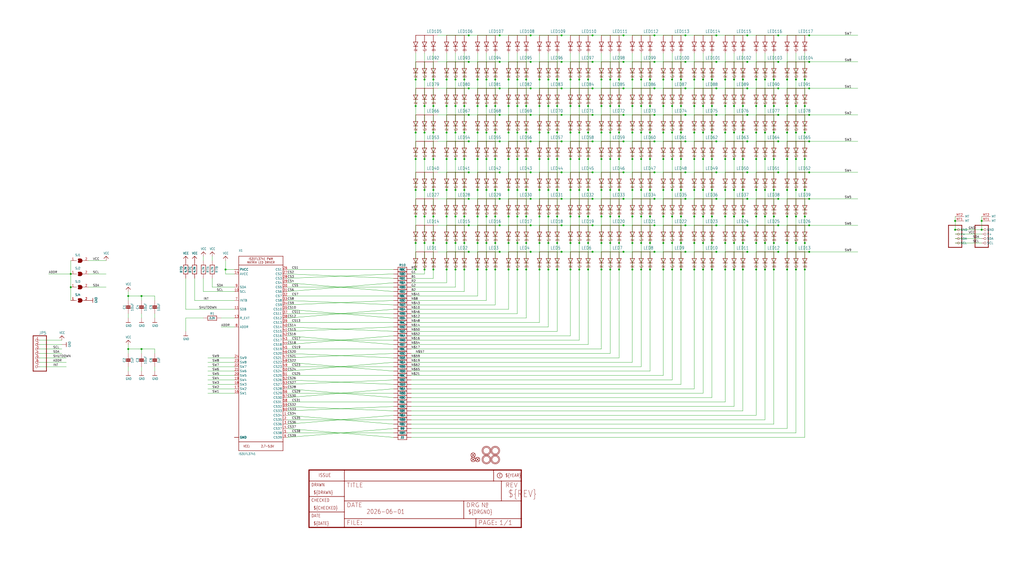
<source format=kicad_sch>
(kicad_sch (version 20230121) (generator eeschema)
  (paper "User" 588.213 324.917)
  (junction (at 337.82 60.96))
  (junction (at 302.26 45.72))
  (junction (at 274.32 139.7))
  (junction (at 287.02 114.3))
  (junction (at 320.04 109.22))
  (junction (at 81.28 200.66))
  (junction (at 462.28 45.72))
  (junction (at 434.34 124.46))
  (junction (at 297.18 91.44))
  (junction (at 411.48 81.28))
  (junction (at 322.58 99.06))
  (junction (at 444.5 109.22))
  (junction (at 393.7 81.28))
  (junction (at 447.04 114.3))
  (junction (at 355.6 60.96))
  (junction (at 386.08 45.72))
  (junction (at 363.22 154.94))
  (junction (at 421.64 139.7))
  (junction (at 340.36 114.3))
  (junction (at 337.82 139.7))
  (junction (at 238.76 91.44))
  (junction (at 368.3 139.7))
  (junction (at 129.54 154.94))
  (junction (at 269.24 99.06))
  (junction (at 302.26 139.7))
  (junction (at 386.08 109.22))
  (junction (at 340.36 81.28))
  (junction (at 304.8 114.3))
  (junction (at 462.28 60.96))
  (junction (at 322.58 35.56))
  (junction (at 279.4 124.46))
  (junction (at 403.86 60.96))
  (junction (at 462.28 91.44))
  (junction (at 332.74 60.96))
  (junction (at 391.16 60.96))
  (junction (at 421.64 45.72))
  (junction (at 416.56 45.72))
  (junction (at 297.18 45.72))
  (junction (at 332.74 45.72))
  (junction (at 398.78 76.2))
  (junction (at 248.92 45.72))
  (junction (at 368.3 154.94))
  (junction (at 416.56 60.96))
  (junction (at 447.04 144.78))
  (junction (at 416.56 124.46))
  (junction (at 434.34 109.22))
  (junction (at 304.8 50.8))
  (junction (at 355.6 124.46))
  (junction (at 243.84 91.44))
  (junction (at 261.62 45.72))
  (junction (at 429.26 81.28))
  (junction (at 287.02 144.78))
  (junction (at 403.86 124.46))
  (junction (at 403.86 91.44))
  (junction (at 355.6 154.94))
  (junction (at 292.1 60.96))
  (junction (at 332.74 109.22))
  (junction (at 292.1 139.7))
  (junction (at 266.7 154.94))
  (junction (at 238.76 109.22))
  (junction (at 261.62 154.94))
  (junction (at 398.78 154.94))
  (junction (at 269.24 66.04))
  (junction (at 391.16 124.46))
  (junction (at 314.96 76.2))
  (junction (at 345.44 139.7))
  (junction (at 337.82 91.44))
  (junction (at 256.54 154.94))
  (junction (at 358.14 114.3))
  (junction (at 408.94 154.94))
  (junction (at 345.44 154.94))
  (junction (at 381 154.94))
  (junction (at 327.66 91.44))
  (junction (at 355.6 109.22))
  (junction (at 266.7 60.96))
  (junction (at 345.44 91.44))
  (junction (at 457.2 91.44))
  (junction (at 452.12 124.46))
  (junction (at 363.22 91.44))
  (junction (at 350.52 139.7))
  (junction (at 411.48 66.04))
  (junction (at 350.52 124.46))
  (junction (at 256.54 60.96))
  (junction (at 274.32 60.96))
  (junction (at 393.7 66.04))
  (junction (at 355.6 76.2))
  (junction (at 243.84 76.2))
  (junction (at 248.92 60.96))
  (junction (at 411.48 99.06))
  (junction (at 309.88 76.2))
  (junction (at 337.82 124.46))
  (junction (at 355.6 91.44))
  (junction (at 426.72 76.2))
  (junction (at 373.38 76.2))
  (junction (at 403.86 154.94))
  (junction (at 452.12 60.96))
  (junction (at 302.26 124.46))
  (junction (at 279.4 139.7))
  (junction (at 426.72 154.94))
  (junction (at 426.72 91.44))
  (junction (at 457.2 60.96))
  (junction (at 320.04 139.7))
  (junction (at 340.36 20.32))
  (junction (at 408.94 60.96))
  (junction (at 373.38 109.22))
  (junction (at 269.24 20.32))
  (junction (at 314.96 139.7))
  (junction (at 309.88 109.22))
  (junction (at 284.48 91.44))
  (junction (at 398.78 60.96))
  (junction (at 398.78 109.22))
  (junction (at 363.22 45.72))
  (junction (at 375.92 81.28))
  (junction (at 375.92 99.06))
  (junction (at 248.92 91.44))
  (junction (at 462.28 124.46))
  (junction (at 256.54 76.2))
  (junction (at 416.56 139.7))
  (junction (at 337.82 154.94))
  (junction (at 457.2 139.7))
  (junction (at 457.2 45.72))
  (junction (at 447.04 50.8))
  (junction (at 444.5 60.96))
  (junction (at 381 76.2))
  (junction (at 274.32 154.94))
  (junction (at 243.84 124.46))
  (junction (at 444.5 124.46))
  (junction (at 375.92 129.54))
  (junction (at 375.92 66.04))
  (junction (at 381 60.96))
  (junction (at 358.14 66.04))
  (junction (at 403.86 45.72))
  (junction (at 309.88 91.44))
  (junction (at 358.14 129.54))
  (junction (at 266.7 76.2))
  (junction (at 368.3 124.46))
  (junction (at 297.18 154.94))
  (junction (at 358.14 50.8))
  (junction (at 279.4 45.72))
  (junction (at 261.62 60.96))
  (junction (at 464.82 81.28))
  (junction (at 238.76 124.46))
  (junction (at 381 124.46))
  (junction (at 464.82 35.56))
  (junction (at 340.36 144.78))
  (junction (at 421.64 60.96))
  (junction (at 345.44 45.72))
  (junction (at 284.48 139.7))
  (junction (at 287.02 99.06))
  (junction (at 292.1 45.72))
  (junction (at 391.16 139.7))
  (junction (at 340.36 66.04))
  (junction (at 314.96 154.94))
  (junction (at 248.92 76.2))
  (junction (at 363.22 60.96))
  (junction (at 355.6 139.7))
  (junction (at 398.78 124.46))
  (junction (at 457.2 76.2))
  (junction (at 398.78 139.7))
  (junction (at 391.16 109.22))
  (junction (at 548.64 127))
  (junction (at 309.88 124.46))
  (junction (at 368.3 60.96))
  (junction (at 350.52 45.72))
  (junction (at 439.42 109.22))
  (junction (at 429.26 66.04))
  (junction (at 447.04 129.54))
  (junction (at 238.76 154.94))
  (junction (at 256.54 124.46))
  (junction (at 345.44 60.96))
  (junction (at 261.62 76.2))
  (junction (at 434.34 154.94))
  (junction (at 358.14 99.06))
  (junction (at 434.34 60.96))
  (junction (at 363.22 109.22))
  (junction (at 284.48 45.72))
  (junction (at 256.54 45.72))
  (junction (at 391.16 45.72))
  (junction (at 284.48 76.2))
  (junction (at 297.18 76.2))
  (junction (at 439.42 76.2))
  (junction (at 302.26 76.2))
  (junction (at 248.92 139.7))
  (junction (at 266.7 139.7))
  (junction (at 373.38 124.46))
  (junction (at 327.66 60.96))
  (junction (at 421.64 91.44))
  (junction (at 393.7 114.3))
  (junction (at 304.8 35.56))
  (junction (at 345.44 109.22))
  (junction (at 403.86 139.7))
  (junction (at 302.26 109.22))
  (junction (at 243.84 60.96))
  (junction (at 439.42 124.46))
  (junction (at 345.44 124.46))
  (junction (at 464.82 50.8))
  (junction (at 429.26 35.56))
  (junction (at 462.28 76.2))
  (junction (at 457.2 124.46))
  (junction (at 452.12 109.22))
  (junction (at 327.66 45.72))
  (junction (at 386.08 154.94))
  (junction (at 337.82 109.22))
  (junction (at 386.08 76.2))
  (junction (at 304.8 144.78))
  (junction (at 302.26 91.44))
  (junction (at 391.16 91.44))
  (junction (at 304.8 99.06))
  (junction (at 421.64 124.46))
  (junction (at 408.94 139.7))
  (junction (at 429.26 99.06))
  (junction (at 447.04 66.04))
  (junction (at 261.62 124.46))
  (junction (at 391.16 154.94))
  (junction (at 381 109.22))
  (junction (at 332.74 124.46))
  (junction (at 314.96 109.22))
  (junction (at 464.82 20.32))
  (junction (at 426.72 60.96))
  (junction (at 297.18 60.96))
  (junction (at 373.38 45.72))
  (junction (at 322.58 114.3))
  (junction (at 292.1 76.2))
  (junction (at 309.88 139.7))
  (junction (at 464.82 114.3))
  (junction (at 287.02 35.56))
  (junction (at 40.64 157.48))
  (junction (at 302.26 154.94))
  (junction (at 73.66 170.18))
  (junction (at 297.18 109.22))
  (junction (at 322.58 81.28))
  (junction (at 426.72 109.22))
  (junction (at 398.78 45.72))
  (junction (at 434.34 139.7))
  (junction (at 292.1 154.94))
  (junction (at 322.58 66.04))
  (junction (at 452.12 154.94))
  (junction (at 322.58 144.78))
  (junction (at 269.24 144.78))
  (junction (at 368.3 109.22))
  (junction (at 439.42 60.96))
  (junction (at 439.42 91.44))
  (junction (at 266.7 91.44))
  (junction (at 447.04 35.56))
  (junction (at 386.08 60.96))
  (junction (at 340.36 35.56))
  (junction (at 248.92 124.46))
  (junction (at 393.7 20.32))
  (junction (at 373.38 91.44))
  (junction (at 269.24 81.28))
  (junction (at 447.04 99.06))
  (junction (at 434.34 91.44))
  (junction (at 355.6 45.72))
  (junction (at 81.28 170.18))
  (junction (at 439.42 154.94))
  (junction (at 332.74 154.94))
  (junction (at 287.02 81.28))
  (junction (at 284.48 60.96))
  (junction (at 340.36 50.8))
  (junction (at 444.5 76.2))
  (junction (at 269.24 129.54))
  (junction (at 340.36 129.54))
  (junction (at 408.94 109.22))
  (junction (at 429.26 50.8))
  (junction (at 375.92 114.3))
  (junction (at 320.04 154.94))
  (junction (at 411.48 114.3))
  (junction (at 393.7 99.06))
  (junction (at 375.92 144.78))
  (junction (at 373.38 139.7))
  (junction (at 327.66 139.7))
  (junction (at 350.52 60.96))
  (junction (at 452.12 91.44))
  (junction (at 563.88 127))
  (junction (at 243.84 139.7))
  (junction (at 408.94 76.2))
  (junction (at 393.7 50.8))
  (junction (at 411.48 144.78))
  (junction (at 256.54 139.7))
  (junction (at 429.26 20.32))
  (junction (at 238.76 45.72))
  (junction (at 287.02 20.32))
  (junction (at 304.8 81.28))
  (junction (at 416.56 76.2))
  (junction (at 274.32 91.44))
  (junction (at 391.16 76.2))
  (junction (at 464.82 99.06))
  (junction (at 292.1 91.44))
  (junction (at 411.48 50.8))
  (junction (at 426.72 124.46))
  (junction (at 337.82 45.72))
  (junction (at 314.96 60.96))
  (junction (at 462.28 139.7))
  (junction (at 322.58 129.54))
  (junction (at 327.66 124.46))
  (junction (at 327.66 154.94))
  (junction (at 381 91.44))
  (junction (at 408.94 91.44))
  (junction (at 279.4 60.96))
  (junction (at 429.26 129.54))
  (junction (at 261.62 91.44))
  (junction (at 452.12 76.2))
  (junction (at 444.5 45.72))
  (junction (at 304.8 66.04))
  (junction (at 375.92 20.32))
  (junction (at 266.7 45.72))
  (junction (at 261.62 139.7))
  (junction (at 444.5 91.44))
  (junction (at 439.42 45.72))
  (junction (at 287.02 66.04))
  (junction (at 340.36 99.06))
  (junction (at 73.66 200.66))
  (junction (at 309.88 45.72))
  (junction (at 386.08 91.44))
  (junction (at 292.1 124.46))
  (junction (at 381 45.72))
  (junction (at 274.32 45.72))
  (junction (at 411.48 129.54))
  (junction (at 462.28 154.94))
  (junction (at 393.7 144.78))
  (junction (at 350.52 91.44))
  (junction (at 327.66 76.2))
  (junction (at 416.56 91.44))
  (junction (at 256.54 109.22))
  (junction (at 429.26 144.78))
  (junction (at 429.26 114.3))
  (junction (at 238.76 60.96))
  (junction (at 332.74 76.2))
  (junction (at 462.28 109.22))
  (junction (at 358.14 35.56))
  (junction (at 327.66 109.22))
  (junction (at 457.2 154.94))
  (junction (at 358.14 81.28))
  (junction (at 322.58 50.8))
  (junction (at 408.94 45.72))
  (junction (at 363.22 124.46))
  (junction (at 322.58 20.32))
  (junction (at 403.86 76.2))
  (junction (at 266.7 124.46))
  (junction (at 375.92 50.8))
  (junction (at 274.32 76.2))
  (junction (at 452.12 139.7))
  (junction (at 243.84 154.94))
  (junction (at 563.88 132.08))
  (junction (at 393.7 35.56))
  (junction (at 274.32 124.46))
  (junction (at 368.3 76.2))
  (junction (at 337.82 76.2))
  (junction (at 287.02 129.54))
  (junction (at 457.2 109.22))
  (junction (at 373.38 60.96))
  (junction (at 248.92 109.22))
  (junction (at 332.74 139.7))
  (junction (at 243.84 109.22))
  (junction (at 408.94 124.46))
  (junction (at 248.92 154.94))
  (junction (at 279.4 154.94))
  (junction (at 421.64 76.2))
  (junction (at 358.14 20.32))
  (junction (at 398.78 91.44))
  (junction (at 464.82 66.04))
  (junction (at 332.74 91.44))
  (junction (at 350.52 109.22))
  (junction (at 358.14 144.78))
  (junction (at 426.72 139.7))
  (junction (at 279.4 76.2))
  (junction (at 421.64 109.22))
  (junction (at 238.76 76.2))
  (junction (at 345.44 76.2))
  (junction (at 297.18 139.7))
  (junction (at 416.56 154.94))
  (junction (at 368.3 45.72))
  (junction (at 434.34 45.72))
  (junction (at 297.18 124.46))
  (junction (at 439.42 139.7))
  (junction (at 314.96 45.72))
  (junction (at 447.04 81.28))
  (junction (at 269.24 114.3))
  (junction (at 269.24 50.8))
  (junction (at 269.24 35.56))
  (junction (at 375.92 35.56))
  (junction (at 287.02 50.8))
  (junction (at 279.4 91.44))
  (junction (at 403.86 109.22))
  (junction (at 350.52 76.2))
  (junction (at 426.72 45.72))
  (junction (at 393.7 129.54))
  (junction (at 309.88 154.94))
  (junction (at 444.5 139.7))
  (junction (at 320.04 45.72))
  (junction (at 304.8 129.54))
  (junction (at 421.64 154.94))
  (junction (at 274.32 109.22))
  (junction (at 284.48 109.22))
  (junction (at 381 139.7))
  (junction (at 256.54 91.44))
  (junction (at 40.64 165.1))
  (junction (at 320.04 60.96))
  (junction (at 314.96 124.46))
  (junction (at 284.48 124.46))
  (junction (at 416.56 109.22))
  (junction (at 386.08 124.46))
  (junction (at 320.04 124.46))
  (junction (at 304.8 20.32))
  (junction (at 302.26 60.96))
  (junction (at 320.04 76.2))
  (junction (at 284.48 154.94))
  (junction (at 464.82 144.78))
  (junction (at 411.48 35.56))
  (junction (at 434.34 76.2))
  (junction (at 464.82 129.54))
  (junction (at 238.76 139.7))
  (junction (at 266.7 109.22))
  (junction (at 452.12 45.72))
  (junction (at 368.3 91.44))
  (junction (at 411.48 20.32))
  (junction (at 261.62 109.22))
  (junction (at 548.64 132.08))
  (junction (at 373.38 154.94))
  (junction (at 447.04 20.32))
  (junction (at 363.22 139.7))
  (junction (at 444.5 154.94))
  (junction (at 350.52 154.94))
  (junction (at 292.1 109.22))
  (junction (at 243.84 45.72))
  (junction (at 309.88 60.96))
  (junction (at 386.08 139.7))
  (junction (at 363.22 76.2))
  (junction (at 279.4 109.22))
  (junction (at 320.04 91.44))
  (junction (at 314.96 91.44))
  (wire (pts (xy 309.88 154.94) (xy 309.88 139.7)) (stroke (width 0.1524)))
  (wire (pts (xy 297.18 45.72) (xy 297.18 60.96)) (stroke (width 0.1524)))
  (wire (pts (xy 304.8 81.28) (xy 322.58 81.28)) (stroke (width 0.1524)))
  (wire (pts (xy 236.22 243.84) (xy 444.5 243.84)) (stroke (width 0.1524)))
  (wire (pts (xy 309.88 76.2) (xy 309.88 60.96)) (stroke (width 0.1524)))
  (wire (pts (xy 345.44 139.7) (xy 345.44 124.46)) (stroke (width 0.1524)))
  (wire (pts (xy 165.1 200.66) (xy 226.06 200.66)) (stroke (width 0.1524)))
  (wire (pts (xy 403.86 124.46) (xy 403.86 109.22)) (stroke (width 0.1524)))
  (wire (pts (xy 116.84 147.32) (xy 116.84 149.86)) (stroke (width 0.1524)))
  (wire (pts (xy 457.2 76.2) (xy 457.2 60.96)) (stroke (width 0.1524)))
  (wire (pts (xy 165.1 238.76) (xy 226.06 243.84)) (stroke (width 0.1524)))
  (wire (pts (xy 73.66 200.66) (xy 81.28 200.66)) (stroke (width 0.1524)))
  (wire (pts (xy 269.24 99.06) (xy 287.02 99.06)) (stroke (width 0.1524)))
  (wire (pts (xy 302.26 30.48) (xy 302.26 45.72)) (stroke (width 0.1524)))
  (wire (pts (xy 373.38 45.72) (xy 373.38 30.48)) (stroke (width 0.1524)))
  (wire (pts (xy 274.32 154.94) (xy 274.32 139.7)) (stroke (width 0.1524)))
  (wire (pts (xy 452.12 139.7) (xy 452.12 154.94)) (stroke (width 0.1524)))
  (wire (pts (xy 408.94 30.48) (xy 408.94 45.72)) (stroke (width 0.1524)))
  (wire (pts (xy 304.8 129.54) (xy 322.58 129.54)) (stroke (width 0.1524)))
  (wire (pts (xy 134.62 177.8) (xy 106.68 177.8)) (stroke (width 0.1524)))
  (wire (pts (xy 297.18 124.46) (xy 297.18 139.7)) (stroke (width 0.1524)))
  (wire (pts (xy 434.34 139.7) (xy 434.34 154.94)) (stroke (width 0.1524)))
  (wire (pts (xy 134.62 172.72) (xy 111.76 172.72)) (stroke (width 0.1524)))
  (wire (pts (xy 340.36 99.06) (xy 358.14 99.06)) (stroke (width 0.1524)))
  (wire (pts (xy 81.28 180.34) (xy 81.28 182.88)) (stroke (width 0.1524)))
  (wire (pts (xy 302.26 124.46) (xy 302.26 139.7)) (stroke (width 0.1524)))
  (wire (pts (xy 251.46 99.06) (xy 269.24 99.06)) (stroke (width 0.1524)))
  (wire (pts (xy 248.92 91.44) (xy 248.92 76.2)) (stroke (width 0.1524)))
  (wire (pts (xy 236.22 231.14) (xy 416.56 231.14)) (stroke (width 0.1524)))
  (wire (pts (xy 411.48 66.04) (xy 429.26 66.04)) (stroke (width 0.1524)))
  (wire (pts (xy 452.12 30.48) (xy 452.12 45.72)) (stroke (width 0.1524)))
  (wire (pts (xy 439.42 91.44) (xy 439.42 76.2)) (stroke (width 0.1524)))
  (wire (pts (xy 236.22 195.58) (xy 332.74 195.58)) (stroke (width 0.1524)))
  (wire (pts (xy 444.5 45.72) (xy 444.5 60.96)) (stroke (width 0.1524)))
  (wire (pts (xy 238.76 124.46) (xy 238.76 109.22)) (stroke (width 0.1524)))
  (wire (pts (xy 355.6 45.72) (xy 355.6 60.96)) (stroke (width 0.1524)))
  (wire (pts (xy 375.92 81.28) (xy 393.7 81.28)) (stroke (width 0.1524)))
  (wire (pts (xy 256.54 124.46) (xy 256.54 139.7)) (stroke (width 0.1524)))
  (wire (pts (xy 327.66 193.04) (xy 327.66 154.94)) (stroke (width 0.1524)))
  (wire (pts (xy 243.84 30.48) (xy 243.84 45.72)) (stroke (width 0.1524)))
  (wire (pts (xy 309.88 60.96) (xy 309.88 45.72)) (stroke (width 0.1524)))
  (wire (pts (xy 391.16 109.22) (xy 391.16 91.44)) (stroke (width 0.1524)))
  (wire (pts (xy 236.22 177.8) (xy 292.1 177.8)) (stroke (width 0.1524)))
  (wire (pts (xy 391.16 124.46) (xy 391.16 139.7)) (stroke (width 0.1524)))
  (wire (pts (xy 236.22 185.42) (xy 309.88 185.42)) (stroke (width 0.1524)))
  (wire (pts (xy 345.44 124.46) (xy 345.44 109.22)) (stroke (width 0.1524)))
  (wire (pts (xy 269.24 66.04) (xy 287.02 66.04)) (stroke (width 0.1524)))
  (wire (pts (xy 381 60.96) (xy 381 76.2)) (stroke (width 0.1524)))
  (wire (pts (xy 416.56 154.94) (xy 416.56 139.7)) (stroke (width 0.1524)))
  (wire (pts (xy 426.72 45.72) (xy 426.72 30.48)) (stroke (width 0.1524)))
  (wire (pts (xy 292.1 45.72) (xy 292.1 30.48)) (stroke (width 0.1524)))
  (wire (pts (xy 452.12 109.22) (xy 452.12 91.44)) (stroke (width 0.1524)))
  (wire (pts (xy 165.1 165.1) (xy 226.06 165.1)) (stroke (width 0.1524)))
  (wire (pts (xy 403.86 109.22) (xy 403.86 91.44)) (stroke (width 0.1524)))
  (wire (pts (xy 337.82 30.48) (xy 337.82 45.72)) (stroke (width 0.1524)))
  (wire (pts (xy 22.86 205.74) (xy 38.1 205.74)) (stroke (width 0.1524)))
  (wire (pts (xy 266.7 167.64) (xy 266.7 154.94)) (stroke (width 0.1524)))
  (wire (pts (xy 266.7 45.72) (xy 266.7 60.96)) (stroke (width 0.1524)))
  (wire (pts (xy 398.78 60.96) (xy 398.78 76.2)) (stroke (width 0.1524)))
  (wire (pts (xy 398.78 124.46) (xy 398.78 139.7)) (stroke (width 0.1524)))
  (wire (pts (xy 320.04 91.44) (xy 320.04 109.22)) (stroke (width 0.1524)))
  (wire (pts (xy 134.62 165.1) (xy 121.92 165.1)) (stroke (width 0.1524)))
  (wire (pts (xy 266.7 60.96) (xy 266.7 76.2)) (stroke (width 0.1524)))
  (wire (pts (xy 236.22 246.38) (xy 452.12 246.38)) (stroke (width 0.1524)))
  (wire (pts (xy 421.64 60.96) (xy 421.64 76.2)) (stroke (width 0.1524)))
  (wire (pts (xy 320.04 76.2) (xy 320.04 91.44)) (stroke (width 0.1524)))
  (wire (pts (xy 236.22 208.28) (xy 363.22 208.28)) (stroke (width 0.1524)))
  (wire (pts (xy 261.62 45.72) (xy 261.62 30.48)) (stroke (width 0.1524)))
  (wire (pts (xy 304.8 114.3) (xy 322.58 114.3)) (stroke (width 0.1524)))
  (wire (pts (xy 165.1 180.34) (xy 226.06 180.34)) (stroke (width 0.1524)))
  (wire (pts (xy 314.96 109.22) (xy 314.96 91.44)) (stroke (width 0.1524)))
  (wire (pts (xy 292.1 91.44) (xy 292.1 76.2)) (stroke (width 0.1524)))
  (wire (pts (xy 243.84 109.22) (xy 243.84 124.46)) (stroke (width 0.1524)))
  (wire (pts (xy 302.26 139.7) (xy 302.26 154.94)) (stroke (width 0.1524)))
  (wire (pts (xy 134.62 167.64) (xy 116.84 167.64)) (stroke (width 0.1524)))
  (wire (pts (xy 327.66 45.72) (xy 327.66 60.96)) (stroke (width 0.1524)))
  (wire (pts (xy 345.44 60.96) (xy 345.44 45.72)) (stroke (width 0.1524)))
  (wire (pts (xy 236.22 205.74) (xy 355.6 205.74)) (stroke (width 0.1524)))
  (wire (pts (xy 226.06 187.96) (xy 165.1 190.5)) (stroke (width 0.1524)))
  (wire (pts (xy 279.4 139.7) (xy 279.4 154.94)) (stroke (width 0.1524)))
  (wire (pts (xy 297.18 76.2) (xy 297.18 91.44)) (stroke (width 0.1524)))
  (wire (pts (xy 444.5 124.46) (xy 444.5 139.7)) (stroke (width 0.1524)))
  (wire (pts (xy 391.16 30.48) (xy 391.16 45.72)) (stroke (width 0.1524)))
  (wire (pts (xy 447.04 99.06) (xy 464.82 99.06)) (stroke (width 0.1524)))
  (wire (pts (xy 226.06 157.48) (xy 165.1 160.02)) (stroke (width 0.1524)))
  (wire (pts (xy 73.66 210.82) (xy 73.66 213.36)) (stroke (width 0.1524)))
  (wire (pts (xy 358.14 144.78) (xy 375.92 144.78)) (stroke (width 0.1524)))
  (wire (pts (xy 363.22 139.7) (xy 363.22 124.46)) (stroke (width 0.1524)))
  (wire (pts (xy 368.3 91.44) (xy 368.3 76.2)) (stroke (width 0.1524)))
  (wire (pts (xy 327.66 139.7) (xy 327.66 154.94)) (stroke (width 0.1524)))
  (wire (pts (xy 375.92 114.3) (xy 393.7 114.3)) (stroke (width 0.1524)))
  (wire (pts (xy 236.22 193.04) (xy 327.66 193.04)) (stroke (width 0.1524)))
  (wire (pts (xy 236.22 180.34) (xy 297.18 180.34)) (stroke (width 0.1524)))
  (wire (pts (xy 355.6 76.2) (xy 355.6 91.44)) (stroke (width 0.1524)))
  (wire (pts (xy 266.7 109.22) (xy 266.7 124.46)) (stroke (width 0.1524)))
  (wire (pts (xy 243.84 91.44) (xy 243.84 109.22)) (stroke (width 0.1524)))
  (wire (pts (xy 340.36 50.8) (xy 358.14 50.8)) (stroke (width 0.1524)))
  (wire (pts (xy 381 215.9) (xy 381 154.94)) (stroke (width 0.1524)))
  (wire (pts (xy 236.22 251.46) (xy 462.28 251.46)) (stroke (width 0.1524)))
  (wire (pts (xy 248.92 76.2) (xy 248.92 60.96)) (stroke (width 0.1524)))
  (wire (pts (xy 243.84 139.7) (xy 243.84 154.94)) (stroke (width 0.1524)))
  (wire (pts (xy 297.18 60.96) (xy 297.18 76.2)) (stroke (width 0.1524)))
  (wire (pts (xy 226.06 162.56) (xy 165.1 167.64)) (stroke (width 0.1524)))
  (wire (pts (xy 421.64 124.46) (xy 421.64 139.7)) (stroke (width 0.1524)))
  (wire (pts (xy 398.78 109.22) (xy 398.78 124.46)) (stroke (width 0.1524)))
  (wire (pts (xy 322.58 35.56) (xy 340.36 35.56)) (stroke (width 0.1524)))
  (wire (pts (xy 373.38 154.94) (xy 373.38 139.7)) (stroke (width 0.1524)))
  (wire (pts (xy 322.58 129.54) (xy 340.36 129.54)) (stroke (width 0.1524)))
  (wire (pts (xy 314.96 139.7) (xy 314.96 154.94)) (stroke (width 0.1524)))
  (wire (pts (xy 309.88 91.44) (xy 309.88 76.2)) (stroke (width 0.1524)))
  (wire (pts (xy 340.36 66.04) (xy 358.14 66.04)) (stroke (width 0.1524)))
  (wire (pts (xy 363.22 154.94) (xy 363.22 139.7)) (stroke (width 0.1524)))
  (wire (pts (xy 434.34 109.22) (xy 434.34 124.46)) (stroke (width 0.1524)))
  (wire (pts (xy 297.18 109.22) (xy 297.18 124.46)) (stroke (width 0.1524)))
  (wire (pts (xy 398.78 223.52) (xy 398.78 154.94)) (stroke (width 0.1524)))
  (wire (pts (xy 287.02 20.32) (xy 304.8 20.32)) (stroke (width 0.1524)))
  (wire (pts (xy 256.54 162.56) (xy 256.54 154.94)) (stroke (width 0.1524)))
  (wire (pts (xy 236.22 236.22) (xy 426.72 236.22)) (stroke (width 0.1524)))
  (wire (pts (xy 452.12 60.96) (xy 452.12 76.2)) (stroke (width 0.1524)))
  (wire (pts (xy 464.82 129.54) (xy 492.76 129.54)) (stroke (width 0.1524)))
  (wire (pts (xy 355.6 139.7) (xy 355.6 154.94)) (stroke (width 0.1524)))
  (wire (pts (xy 279.4 60.96) (xy 279.4 76.2)) (stroke (width 0.1524)))
  (wire (pts (xy 238.76 45.72) (xy 238.76 30.48)) (stroke (width 0.1524)))
  (wire (pts (xy 314.96 60.96) (xy 314.96 76.2)) (stroke (width 0.1524)))
  (wire (pts (xy 287.02 114.3) (xy 304.8 114.3)) (stroke (width 0.1524)))
  (wire (pts (xy 134.62 226.06) (xy 119.38 226.06)) (stroke (width 0.1524)))
  (wire (pts (xy 236.22 238.76) (xy 434.34 238.76)) (stroke (width 0.1524)))
  (wire (pts (xy 236.22 160.02) (xy 248.92 160.02)) (stroke (width 0.1524)))
  (wire (pts (xy 340.36 20.32) (xy 358.14 20.32)) (stroke (width 0.1524)))
  (wire (pts (xy 165.1 218.44) (xy 226.06 220.98)) (stroke (width 0.1524)))
  (wire (pts (xy 345.44 91.44) (xy 345.44 76.2)) (stroke (width 0.1524)))
  (wire (pts (xy 304.8 66.04) (xy 322.58 66.04)) (stroke (width 0.1524)))
  (wire (pts (xy 386.08 218.44) (xy 386.08 154.94)) (stroke (width 0.1524)))
  (wire (pts (xy 393.7 50.8) (xy 411.48 50.8)) (stroke (width 0.1524)))
  (wire (pts (xy 236.22 172.72) (xy 279.4 172.72)) (stroke (width 0.1524)))
  (wire (pts (xy 416.56 139.7) (xy 416.56 124.46)) (stroke (width 0.1524)))
  (wire (pts (xy 386.08 124.46) (xy 386.08 109.22)) (stroke (width 0.1524)))
  (wire (pts (xy 314.96 45.72) (xy 314.96 60.96)) (stroke (width 0.1524)))
  (wire (pts (xy 452.12 246.38) (xy 452.12 154.94)) (stroke (width 0.1524)))
  (wire (pts (xy 248.92 124.46) (xy 248.92 109.22)) (stroke (width 0.1524)))
  (wire (pts (xy 332.74 109.22) (xy 332.74 91.44)) (stroke (width 0.1524)))
  (wire (pts (xy 297.18 91.44) (xy 297.18 109.22)) (stroke (width 0.1524)))
  (wire (pts (xy 73.66 200.66) (xy 73.66 203.2)) (stroke (width 0.1524)))
  (wire (pts (xy 284.48 91.44) (xy 284.48 109.22)) (stroke (width 0.1524)))
  (wire (pts (xy 279.4 76.2) (xy 279.4 91.44)) (stroke (width 0.1524)))
  (wire (pts (xy 426.72 60.96) (xy 426.72 45.72)) (stroke (width 0.1524)))
  (wire (pts (xy 284.48 175.26) (xy 284.48 154.94)) (stroke (width 0.1524)))
  (wire (pts (xy 403.86 139.7) (xy 403.86 124.46)) (stroke (width 0.1524)))
  (wire (pts (xy 337.82 45.72) (xy 337.82 60.96)) (stroke (width 0.1524)))
  (wire (pts (xy 309.88 124.46) (xy 309.88 109.22)) (stroke (width 0.1524)))
  (wire (pts (xy 416.56 91.44) (xy 416.56 76.2)) (stroke (width 0.1524)))
  (wire (pts (xy 287.02 35.56) (xy 304.8 35.56)) (stroke (width 0.1524)))
  (wire (pts (xy 332.74 60.96) (xy 332.74 45.72)) (stroke (width 0.1524)))
  (wire (pts (xy 340.36 35.56) (xy 358.14 35.56)) (stroke (width 0.1524)))
  (wire (pts (xy 314.96 76.2) (xy 314.96 91.44)) (stroke (width 0.1524)))
  (wire (pts (xy 439.42 154.94) (xy 439.42 139.7)) (stroke (width 0.1524)))
  (wire (pts (xy 391.16 60.96) (xy 391.16 76.2)) (stroke (width 0.1524)))
  (wire (pts (xy 421.64 91.44) (xy 421.64 109.22)) (stroke (width 0.1524)))
  (wire (pts (xy 332.74 91.44) (xy 332.74 76.2)) (stroke (width 0.1524)))
  (wire (pts (xy 73.66 198.12) (xy 73.66 200.66)) (stroke (width 0.1524)))
  (wire (pts (xy 134.62 182.88) (xy 127 182.88)) (stroke (width 0.1524)))
  (wire (pts (xy 447.04 144.78) (xy 464.82 144.78)) (stroke (width 0.1524)))
  (wire (pts (xy 236.22 187.96) (xy 314.96 187.96)) (stroke (width 0.1524)))
  (wire (pts (xy 462.28 124.46) (xy 462.28 139.7)) (stroke (width 0.1524)))
  (wire (pts (xy 236.22 170.18) (xy 274.32 170.18)) (stroke (width 0.1524)))
  (wire (pts (xy 355.6 109.22) (xy 355.6 124.46)) (stroke (width 0.1524)))
  (wire (pts (xy 464.82 35.56) (xy 492.76 35.56)) (stroke (width 0.1524)))
  (wire (pts (xy 421.64 30.48) (xy 421.64 45.72)) (stroke (width 0.1524)))
  (wire (pts (xy 447.04 129.54) (xy 464.82 129.54)) (stroke (width 0.1524)))
  (wire (pts (xy 243.84 157.48) (xy 243.84 154.94)) (stroke (width 0.1524)))
  (wire (pts (xy 81.28 170.18) (xy 88.9 170.18)) (stroke (width 0.1524)))
  (wire (pts (xy 251.46 144.78) (xy 269.24 144.78)) (stroke (width 0.1524)))
  (wire (pts (xy 287.02 50.8) (xy 304.8 50.8)) (stroke (width 0.1524)))
  (wire (pts (xy 408.94 91.44) (xy 408.94 109.22)) (stroke (width 0.1524)))
  (wire (pts (xy 373.38 91.44) (xy 373.38 76.2)) (stroke (width 0.1524)))
  (wire (pts (xy 363.22 208.28) (xy 363.22 154.94)) (stroke (width 0.1524)))
  (wire (pts (xy 261.62 154.94) (xy 261.62 139.7)) (stroke (width 0.1524)))
  (wire (pts (xy 238.76 109.22) (xy 238.76 91.44)) (stroke (width 0.1524)))
  (wire (pts (xy 548.64 124.46) (xy 548.64 127)) (stroke (width 0.1524)))
  (wire (pts (xy 284.48 60.96) (xy 284.48 45.72)) (stroke (width 0.1524)))
  (wire (pts (xy 309.88 185.42) (xy 309.88 154.94)) (stroke (width 0.1524)))
  (wire (pts (xy 462.28 60.96) (xy 462.28 76.2)) (stroke (width 0.1524)))
  (wire (pts (xy 322.58 144.78) (xy 340.36 144.78)) (stroke (width 0.1524)))
  (wire (pts (xy 279.4 109.22) (xy 279.4 124.46)) (stroke (width 0.1524)))
  (wire (pts (xy 266.7 124.46) (xy 266.7 139.7)) (stroke (width 0.1524)))
  (wire (pts (xy 457.2 154.94) (xy 457.2 248.92)) (stroke (width 0.1524)))
  (wire (pts (xy 444.5 91.44) (xy 444.5 109.22)) (stroke (width 0.1524)))
  (wire (pts (xy 226.06 233.68) (xy 165.1 236.22)) (stroke (width 0.1524)))
  (wire (pts (xy 165.1 223.52) (xy 226.06 228.6)) (stroke (width 0.1524)))
  (wire (pts (xy 358.14 81.28) (xy 375.92 81.28)) (stroke (width 0.1524)))
  (wire (pts (xy 381 45.72) (xy 381 60.96)) (stroke (width 0.1524)))
  (wire (pts (xy 320.04 139.7) (xy 320.04 154.94)) (stroke (width 0.1524)))
  (wire (pts (xy 373.38 124.46) (xy 373.38 109.22)) (stroke (width 0.1524)))
  (wire (pts (xy 226.06 248.92) (xy 165.1 248.92)) (stroke (width 0.1524)))
  (wire (pts (xy 429.26 114.3) (xy 447.04 114.3)) (stroke (width 0.1524)))
  (wire (pts (xy 363.22 45.72) (xy 363.22 30.48)) (stroke (width 0.1524)))
  (wire (pts (xy 452.12 76.2) (xy 452.12 91.44)) (stroke (width 0.1524)))
  (wire (pts (xy 434.34 45.72) (xy 434.34 60.96)) (stroke (width 0.1524)))
  (wire (pts (xy 416.56 60.96) (xy 416.56 45.72)) (stroke (width 0.1524)))
  (wire (pts (xy 38.1 208.28) (xy 22.86 208.28)) (stroke (width 0.1524)))
  (wire (pts (xy 373.38 91.44) (xy 373.38 109.22)) (stroke (width 0.1524)))
  (wire (pts (xy 261.62 91.44) (xy 261.62 109.22)) (stroke (width 0.1524)))
  (wire (pts (xy 322.58 81.28) (xy 340.36 81.28)) (stroke (width 0.1524)))
  (wire (pts (xy 462.28 109.22) (xy 462.28 91.44)) (stroke (width 0.1524)))
  (wire (pts (xy 375.92 99.06) (xy 393.7 99.06)) (stroke (width 0.1524)))
  (wire (pts (xy 332.74 45.72) (xy 332.74 30.48)) (stroke (width 0.1524)))
  (wire (pts (xy 106.68 177.8) (xy 106.68 160.02)) (stroke (width 0.1524)))
  (wire (pts (xy 350.52 124.46) (xy 350.52 139.7)) (stroke (width 0.1524)))
  (wire (pts (xy 266.7 76.2) (xy 266.7 91.44)) (stroke (width 0.1524)))
  (wire (pts (xy 411.48 129.54) (xy 429.26 129.54)) (stroke (width 0.1524)))
  (wire (pts (xy 421.64 109.22) (xy 421.64 124.46)) (stroke (width 0.1524)))
  (wire (pts (xy 302.26 45.72) (xy 302.26 60.96)) (stroke (width 0.1524)))
  (wire (pts (xy 426.72 91.44) (xy 426.72 76.2)) (stroke (width 0.1524)))
  (wire (pts (xy 429.26 20.32) (xy 447.04 20.32)) (stroke (width 0.1524)))
  (wire (pts (xy 226.06 198.12) (xy 165.1 193.04)) (stroke (width 0.1524)))
  (wire (pts (xy 236.22 223.52) (xy 398.78 223.52)) (stroke (width 0.1524)))
  (wire (pts (xy 398.78 76.2) (xy 398.78 91.44)) (stroke (width 0.1524)))
  (wire (pts (xy 226.06 172.72) (xy 165.1 175.26)) (stroke (width 0.1524)))
  (wire (pts (xy 426.72 124.46) (xy 426.72 109.22)) (stroke (width 0.1524)))
  (wire (pts (xy 226.06 185.42) (xy 165.1 185.42)) (stroke (width 0.1524)))
  (wire (pts (xy 304.8 50.8) (xy 322.58 50.8)) (stroke (width 0.1524)))
  (wire (pts (xy 238.76 76.2) (xy 238.76 60.96)) (stroke (width 0.1524)))
  (wire (pts (xy 447.04 20.32) (xy 464.82 20.32)) (stroke (width 0.1524)))
  (wire (pts (xy 391.16 109.22) (xy 391.16 124.46)) (stroke (width 0.1524)))
  (wire (pts (xy 350.52 30.48) (xy 350.52 45.72)) (stroke (width 0.1524)))
  (wire (pts (xy 381 76.2) (xy 381 91.44)) (stroke (width 0.1524)))
  (wire (pts (xy 279.4 124.46) (xy 279.4 139.7)) (stroke (width 0.1524)))
  (wire (pts (xy 238.76 60.96) (xy 238.76 45.72)) (stroke (width 0.1524)))
  (wire (pts (xy 421.64 45.72) (xy 421.64 60.96)) (stroke (width 0.1524)))
  (wire (pts (xy 447.04 35.56) (xy 464.82 35.56)) (stroke (width 0.1524)))
  (wire (pts (xy 314.96 187.96) (xy 314.96 154.94)) (stroke (width 0.1524)))
  (wire (pts (xy 274.32 91.44) (xy 274.32 76.2)) (stroke (width 0.1524)))
  (wire (pts (xy 279.4 30.48) (xy 279.4 45.72)) (stroke (width 0.1524)))
  (wire (pts (xy 386.08 139.7) (xy 386.08 124.46)) (stroke (width 0.1524)))
  (wire (pts (xy 386.08 60.96) (xy 386.08 45.72)) (stroke (width 0.1524)))
  (wire (pts (xy 327.66 60.96) (xy 327.66 76.2)) (stroke (width 0.1524)))
  (wire (pts (xy 320.04 30.48) (xy 320.04 45.72)) (stroke (width 0.1524)))
  (wire (pts (xy 261.62 60.96) (xy 261.62 45.72)) (stroke (width 0.1524)))
  (wire (pts (xy 81.28 200.66) (xy 81.28 203.2)) (stroke (width 0.1524)))
  (wire (pts (xy 416.56 76.2) (xy 416.56 60.96)) (stroke (width 0.1524)))
  (wire (pts (xy 373.38 213.36) (xy 373.38 154.94)) (stroke (width 0.1524)))
  (wire (pts (xy 226.06 182.88) (xy 165.1 177.8)) (stroke (width 0.1524)))
  (wire (pts (xy 134.62 205.74) (xy 119.38 205.74)) (stroke (width 0.1524)))
  (wire (pts (xy 261.62 124.46) (xy 261.62 109.22)) (stroke (width 0.1524)))
  (wire (pts (xy 368.3 91.44) (xy 368.3 109.22)) (stroke (width 0.1524)))
  (wire (pts (xy 411.48 50.8) (xy 429.26 50.8)) (stroke (width 0.1524)))
  (wire (pts (xy 368.3 76.2) (xy 368.3 60.96)) (stroke (width 0.1524)))
  (wire (pts (xy 350.52 109.22) (xy 350.52 124.46)) (stroke (width 0.1524)))
  (wire (pts (xy 304.8 99.06) (xy 322.58 99.06)) (stroke (width 0.1524)))
  (wire (pts (xy 251.46 129.54) (xy 269.24 129.54)) (stroke (width 0.1524)))
  (wire (pts (xy 464.82 99.06) (xy 492.76 99.06)) (stroke (width 0.1524)))
  (wire (pts (xy 261.62 139.7) (xy 261.62 124.46)) (stroke (width 0.1524)))
  (wire (pts (xy 408.94 228.6) (xy 408.94 154.94)) (stroke (width 0.1524)))
  (wire (pts (xy 393.7 20.32) (xy 411.48 20.32)) (stroke (width 0.1524)))
  (wire (pts (xy 350.52 203.2) (xy 236.22 203.2)) (stroke (width 0.1524)))
  (wire (pts (xy 337.82 124.46) (xy 337.82 139.7)) (stroke (width 0.1524)))
  (wire (pts (xy 340.36 144.78) (xy 358.14 144.78)) (stroke (width 0.1524)))
  (wire (pts (xy 373.38 60.96) (xy 373.38 45.72)) (stroke (width 0.1524)))
  (wire (pts (xy 386.08 45.72) (xy 386.08 30.48)) (stroke (width 0.1524)))
  (wire (pts (xy 350.52 91.44) (xy 350.52 109.22)) (stroke (width 0.1524)))
  (wire (pts (xy 320.04 124.46) (xy 320.04 139.7)) (stroke (width 0.1524)))
  (wire (pts (xy 462.28 76.2) (xy 462.28 91.44)) (stroke (width 0.1524)))
  (wire (pts (xy 429.26 144.78) (xy 447.04 144.78)) (stroke (width 0.1524)))
  (wire (pts (xy 358.14 99.06) (xy 375.92 99.06)) (stroke (width 0.1524)))
  (wire (pts (xy 243.84 45.72) (xy 243.84 60.96)) (stroke (width 0.1524)))
  (wire (pts (xy 391.16 220.98) (xy 391.16 154.94)) (stroke (width 0.1524)))
  (wire (pts (xy 355.6 60.96) (xy 355.6 76.2)) (stroke (width 0.1524)))
  (wire (pts (xy 421.64 233.68) (xy 421.64 154.94)) (stroke (width 0.1524)))
  (wire (pts (xy 302.26 60.96) (xy 302.26 76.2)) (stroke (width 0.1524)))
  (wire (pts (xy 332.74 154.94) (xy 332.74 139.7)) (stroke (width 0.1524)))
  (wire (pts (xy 411.48 99.06) (xy 429.26 99.06)) (stroke (width 0.1524)))
  (wire (pts (xy 391.16 45.72) (xy 391.16 60.96)) (stroke (width 0.1524)))
  (wire (pts (xy 226.06 218.44) (xy 165.1 220.98)) (stroke (width 0.1524)))
  (wire (pts (xy 345.44 109.22) (xy 345.44 91.44)) (stroke (width 0.1524)))
  (wire (pts (xy 165.1 208.28) (xy 226.06 213.36)) (stroke (width 0.1524)))
  (wire (pts (xy 22.86 210.82) (xy 38.1 210.82)) (stroke (width 0.1524)))
  (wire (pts (xy 393.7 81.28) (xy 411.48 81.28)) (stroke (width 0.1524)))
  (wire (pts (xy 398.78 139.7) (xy 398.78 154.94)) (stroke (width 0.1524)))
  (wire (pts (xy 292.1 109.22) (xy 292.1 91.44)) (stroke (width 0.1524)))
  (wire (pts (xy 363.22 124.46) (xy 363.22 109.22)) (stroke (width 0.1524)))
  (wire (pts (xy 309.88 139.7) (xy 309.88 124.46)) (stroke (width 0.1524)))
  (wire (pts (xy 355.6 124.46) (xy 355.6 139.7)) (stroke (width 0.1524)))
  (wire (pts (xy 256.54 139.7) (xy 256.54 154.94)) (stroke (width 0.1524)))
  (wire (pts (xy 236.22 157.48) (xy 243.84 157.48)) (stroke (width 0.1524)))
  (wire (pts (xy 411.48 35.56) (xy 429.26 35.56)) (stroke (width 0.1524)))
  (wire (pts (xy 243.84 124.46) (xy 243.84 139.7)) (stroke (width 0.1524)))
  (wire (pts (xy 134.62 208.28) (xy 119.38 208.28)) (stroke (width 0.1524)))
  (wire (pts (xy 429.26 35.56) (xy 447.04 35.56)) (stroke (width 0.1524)))
  (wire (pts (xy 429.26 50.8) (xy 447.04 50.8)) (stroke (width 0.1524)))
  (wire (pts (xy 226.06 195.58) (xy 165.1 195.58)) (stroke (width 0.1524)))
  (wire (pts (xy 434.34 238.76) (xy 434.34 154.94)) (stroke (width 0.1524)))
  (wire (pts (xy 256.54 76.2) (xy 256.54 91.44)) (stroke (width 0.1524)))
  (wire (pts (xy 314.96 30.48) (xy 314.96 45.72)) (stroke (width 0.1524)))
  (wire (pts (xy 408.94 76.2) (xy 408.94 91.44)) (stroke (width 0.1524)))
  (wire (pts (xy 439.42 139.7) (xy 439.42 124.46)) (stroke (width 0.1524)))
  (wire (pts (xy 320.04 109.22) (xy 320.04 124.46)) (stroke (width 0.1524)))
  (wire (pts (xy 350.52 154.94) (xy 350.52 203.2)) (stroke (width 0.1524)))
  (wire (pts (xy 327.66 76.2) (xy 327.66 91.44)) (stroke (width 0.1524)))
  (wire (pts (xy 165.1 241.3) (xy 226.06 241.3)) (stroke (width 0.1524)))
  (wire (pts (xy 248.92 45.72) (xy 248.92 30.48)) (stroke (width 0.1524)))
  (wire (pts (xy 398.78 45.72) (xy 398.78 60.96)) (stroke (width 0.1524)))
  (wire (pts (xy 50.8 157.48) (xy 60.96 157.48)) (stroke (width 0.1524)))
  (wire (pts (xy 320.04 60.96) (xy 320.04 76.2)) (stroke (width 0.1524)))
  (wire (pts (xy 368.3 154.94) (xy 368.3 139.7)) (stroke (width 0.1524)))
  (wire (pts (xy 134.62 154.94) (xy 129.54 154.94)) (stroke (width 0.1524)))
  (wire (pts (xy 274.32 60.96) (xy 274.32 45.72)) (stroke (width 0.1524)))
  (wire (pts (xy 269.24 114.3) (xy 287.02 114.3)) (stroke (width 0.1524)))
  (wire (pts (xy 121.92 147.32) (xy 121.92 149.86)) (stroke (width 0.1524)))
  (wire (pts (xy 226.06 238.76) (xy 165.1 243.84)) (stroke (width 0.1524)))
  (wire (pts (xy 236.22 175.26) (xy 284.48 175.26)) (stroke (width 0.1524)))
  (wire (pts (xy 314.96 109.22) (xy 314.96 124.46)) (stroke (width 0.1524)))
  (wire (pts (xy 439.42 76.2) (xy 439.42 60.96)) (stroke (width 0.1524)))
  (wire (pts (xy 363.22 91.44) (xy 363.22 76.2)) (stroke (width 0.1524)))
  (wire (pts (xy 452.12 109.22) (xy 452.12 124.46)) (stroke (width 0.1524)))
  (wire (pts (xy 457.2 124.46) (xy 457.2 109.22)) (stroke (width 0.1524)))
  (wire (pts (xy 248.92 139.7) (xy 248.92 124.46)) (stroke (width 0.1524)))
  (wire (pts (xy 462.28 139.7) (xy 462.28 154.94)) (stroke (width 0.1524)))
  (wire (pts (xy 368.3 45.72) (xy 368.3 30.48)) (stroke (width 0.1524)))
  (wire (pts (xy 464.82 66.04) (xy 492.76 66.04)) (stroke (width 0.1524)))
  (wire (pts (xy 287.02 99.06) (xy 304.8 99.06)) (stroke (width 0.1524)))
  (wire (pts (xy 464.82 81.28) (xy 492.76 81.28)) (stroke (width 0.1524)))
  (wire (pts (xy 457.2 139.7) (xy 457.2 124.46)) (stroke (width 0.1524)))
  (wire (pts (xy 134.62 220.98) (xy 119.38 220.98)) (stroke (width 0.1524)))
  (wire (pts (xy 302.26 109.22) (xy 302.26 91.44)) (stroke (width 0.1524)))
  (wire (pts (xy 381 109.22) (xy 381 91.44)) (stroke (width 0.1524)))
  (wire (pts (xy 292.1 124.46) (xy 292.1 109.22)) (stroke (width 0.1524)))
  (wire (pts (xy 464.82 50.8) (xy 492.76 50.8)) (stroke (width 0.1524)))
  (wire (pts (xy 429.26 81.28) (xy 447.04 81.28)) (stroke (width 0.1524)))
  (wire (pts (xy 457.2 248.92) (xy 236.22 248.92)) (stroke (width 0.1524)))
  (wire (pts (xy 22.86 195.58) (xy 35.56 195.58)) (stroke (width 0.1524)))
  (wire (pts (xy 238.76 154.94) (xy 238.76 139.7)) (stroke (width 0.1524)))
  (wire (pts (xy 266.7 109.22) (xy 266.7 91.44)) (stroke (width 0.1524)))
  (wire (pts (xy 236.22 162.56) (xy 256.54 162.56)) (stroke (width 0.1524)))
  (wire (pts (xy 165.1 210.82) (xy 226.06 210.82)) (stroke (width 0.1524)))
  (wire (pts (xy 408.94 139.7) (xy 408.94 154.94)) (stroke (width 0.1524)))
  (wire (pts (xy 165.1 203.2) (xy 226.06 205.74)) (stroke (width 0.1524)))
  (wire (pts (xy 548.64 134.62) (xy 563.88 134.62)) (stroke (width 0.1524)))
  (wire (pts (xy 345.44 45.72) (xy 345.44 30.48)) (stroke (width 0.1524)))
  (wire (pts (xy 462.28 109.22) (xy 462.28 124.46)) (stroke (width 0.1524)))
  (wire (pts (xy 411.48 20.32) (xy 429.26 20.32)) (stroke (width 0.1524)))
  (wire (pts (xy 284.48 76.2) (xy 284.48 60.96)) (stroke (width 0.1524)))
  (wire (pts (xy 304.8 20.32) (xy 322.58 20.32)) (stroke (width 0.1524)))
  (wire (pts (xy 447.04 66.04) (xy 464.82 66.04)) (stroke (width 0.1524)))
  (wire (pts (xy 236.22 200.66) (xy 345.44 200.66)) (stroke (width 0.1524)))
  (wire (pts (xy 393.7 144.78) (xy 411.48 144.78)) (stroke (width 0.1524)))
  (wire (pts (xy 457.2 60.96) (xy 457.2 45.72)) (stroke (width 0.1524)))
  (wire (pts (xy 314.96 124.46) (xy 314.96 139.7)) (stroke (width 0.1524)))
  (wire (pts (xy 236.22 241.3) (xy 439.42 241.3)) (stroke (width 0.1524)))
  (wire (pts (xy 165.1 231.14) (xy 226.06 231.14)) (stroke (width 0.1524)))
  (wire (pts (xy 274.32 45.72) (xy 274.32 30.48)) (stroke (width 0.1524)))
  (wire (pts (xy 40.64 165.1) (xy 40.64 172.72)) (stroke (width 0.1524)))
  (wire (pts (xy 302.26 109.22) (xy 302.26 124.46)) (stroke (width 0.1524)))
  (wire (pts (xy 256.54 109.22) (xy 256.54 124.46)) (stroke (width 0.1524)))
  (wire (pts (xy 434.34 124.46) (xy 434.34 139.7)) (stroke (width 0.1524)))
  (wire (pts (xy 236.22 215.9) (xy 381 215.9)) (stroke (width 0.1524)))
  (wire (pts (xy 381 139.7) (xy 381 154.94)) (stroke (width 0.1524)))
  (wire (pts (xy 134.62 223.52) (xy 119.38 223.52)) (stroke (width 0.1524)))
  (wire (pts (xy 121.92 165.1) (xy 121.92 160.02)) (stroke (width 0.1524)))
  (wire (pts (xy 134.62 210.82) (xy 119.38 210.82)) (stroke (width 0.1524)))
  (wire (pts (xy 292.1 60.96) (xy 292.1 45.72)) (stroke (width 0.1524)))
  (wire (pts (xy 40.64 157.48) (xy 27.94 157.48)) (stroke (width 0.1524)))
  (wire (pts (xy 337.82 60.96) (xy 337.82 76.2)) (stroke (width 0.1524)))
  (wire (pts (xy 243.84 76.2) (xy 243.84 91.44)) (stroke (width 0.1524)))
  (wire (pts (xy 251.46 50.8) (xy 269.24 50.8)) (stroke (width 0.1524)))
  (wire (pts (xy 165.1 246.38) (xy 226.06 251.46)) (stroke (width 0.1524)))
  (wire (pts (xy 375.92 50.8) (xy 393.7 50.8)) (stroke (width 0.1524)))
  (wire (pts (xy 386.08 91.44) (xy 386.08 76.2)) (stroke (width 0.1524)))
  (wire (pts (xy 226.06 160.02) (xy 165.1 157.48)) (stroke (width 0.1524)))
  (wire (pts (xy 421.64 76.2) (xy 421.64 91.44)) (stroke (width 0.1524)))
  (wire (pts (xy 256.54 45.72) (xy 256.54 60.96)) (stroke (width 0.1524)))
  (wire (pts (xy 429.26 66.04) (xy 447.04 66.04)) (stroke (width 0.1524)))
  (wire (pts (xy 284.48 45.72) (xy 284.48 30.48)) (stroke (width 0.1524)))
  (wire (pts (xy 226.06 154.94) (xy 165.1 154.94)) (stroke (width 0.1524)))
  (wire (pts (xy 408.94 60.96) (xy 408.94 76.2)) (stroke (width 0.1524)))
  (wire (pts (xy 434.34 91.44) (xy 434.34 109.22)) (stroke (width 0.1524)))
  (wire (pts (xy 563.88 132.08) (xy 563.88 127)) (stroke (width 0.1524)))
  (wire (pts (xy 375.92 144.78) (xy 393.7 144.78)) (stroke (width 0.1524)))
  (wire (pts (xy 358.14 20.32) (xy 375.92 20.32)) (stroke (width 0.1524)))
  (wire (pts (xy 457.2 91.44) (xy 457.2 76.2)) (stroke (width 0.1524)))
  (wire (pts (xy 327.66 91.44) (xy 327.66 109.22)) (stroke (width 0.1524)))
  (wire (pts (xy 279.4 109.22) (xy 279.4 91.44)) (stroke (width 0.1524)))
  (wire (pts (xy 439.42 109.22) (xy 439.42 91.44)) (stroke (width 0.1524)))
  (wire (pts (xy 269.24 20.32) (xy 287.02 20.32)) (stroke (width 0.1524)))
  (wire (pts (xy 337.82 198.12) (xy 337.82 154.94)) (stroke (width 0.1524)))
  (wire (pts (xy 444.5 109.22) (xy 444.5 124.46)) (stroke (width 0.1524)))
  (wire (pts (xy 444.5 139.7) (xy 444.5 154.94)) (stroke (width 0.1524)))
  (wire (pts (xy 462.28 45.72) (xy 462.28 60.96)) (stroke (width 0.1524)))
  (wire (pts (xy 81.28 210.82) (xy 81.28 213.36)) (stroke (width 0.1524)))
  (wire (pts (xy 393.7 35.56) (xy 411.48 35.56)) (stroke (width 0.1524)))
  (wire (pts (xy 236.22 220.98) (xy 391.16 220.98)) (stroke (width 0.1524)))
  (wire (pts (xy 416.56 231.14) (xy 416.56 154.94)) (stroke (width 0.1524)))
  (wire (pts (xy 236.22 167.64) (xy 266.7 167.64)) (stroke (width 0.1524)))
  (wire (pts (xy 40.64 149.86) (xy 40.64 157.48)) (stroke (width 0.1524)))
  (wire (pts (xy 129.54 157.48) (xy 129.54 154.94)) (stroke (width 0.1524)))
  (wire (pts (xy 73.66 180.34) (xy 73.66 182.88)) (stroke (width 0.1524)))
  (wire (pts (xy 416.56 124.46) (xy 416.56 109.22)) (stroke (width 0.1524)))
  (wire (pts (xy 444.5 76.2) (xy 444.5 91.44)) (stroke (width 0.1524)))
  (wire (pts (xy 355.6 205.74) (xy 355.6 154.94)) (stroke (width 0.1524)))
  (wire (pts (xy 375.92 35.56) (xy 393.7 35.56)) (stroke (width 0.1524)))
  (wire (pts (xy 266.7 30.48) (xy 266.7 45.72)) (stroke (width 0.1524)))
  (wire (pts (xy 398.78 91.44) (xy 398.78 109.22)) (stroke (width 0.1524)))
  (wire (pts (xy 269.24 81.28) (xy 287.02 81.28)) (stroke (width 0.1524)))
  (wire (pts (xy 88.9 180.34) (xy 88.9 182.88)) (stroke (width 0.1524)))
  (wire (pts (xy 332.74 76.2) (xy 332.74 60.96)) (stroke (width 0.1524)))
  (wire (pts (xy 269.24 50.8) (xy 287.02 50.8)) (stroke (width 0.1524)))
  (wire (pts (xy 238.76 91.44) (xy 238.76 76.2)) (stroke (width 0.1524)))
  (wire (pts (xy 226.06 208.28) (xy 165.1 213.36)) (stroke (width 0.1524)))
  (wire (pts (xy 50.8 165.1) (xy 60.96 165.1)) (stroke (width 0.1524)))
  (wire (pts (xy 439.42 124.46) (xy 439.42 109.22)) (stroke (width 0.1524)))
  (wire (pts (xy 363.22 76.2) (xy 363.22 60.96)) (stroke (width 0.1524)))
  (wire (pts (xy 297.18 30.48) (xy 297.18 45.72)) (stroke (width 0.1524)))
  (wire (pts (xy 429.26 129.54) (xy 447.04 129.54)) (stroke (width 0.1524)))
  (wire (pts (xy 88.9 200.66) (xy 88.9 203.2)) (stroke (width 0.1524)))
  (wire (pts (xy 358.14 66.04) (xy 375.92 66.04)) (stroke (width 0.1524)))
  (wire (pts (xy 452.12 124.46) (xy 452.12 139.7)) (stroke (width 0.1524)))
  (wire (pts (xy 226.06 223.52) (xy 165.1 228.6)) (stroke (width 0.1524)))
  (wire (pts (xy 236.22 190.5) (xy 320.04 190.5)) (stroke (width 0.1524)))
  (wire (pts (xy 251.46 66.04) (xy 269.24 66.04)) (stroke (width 0.1524)))
  (wire (pts (xy 320.04 190.5) (xy 320.04 154.94)) (stroke (width 0.1524)))
  (wire (pts (xy 421.64 139.7) (xy 421.64 154.94)) (stroke (width 0.1524)))
  (wire (pts (xy 375.92 129.54) (xy 393.7 129.54)) (stroke (width 0.1524)))
  (wire (pts (xy 426.72 109.22) (xy 426.72 91.44)) (stroke (width 0.1524)))
  (wire (pts (xy 340.36 129.54) (xy 358.14 129.54)) (stroke (width 0.1524)))
  (wire (pts (xy 327.66 109.22) (xy 327.66 124.46)) (stroke (width 0.1524)))
  (wire (pts (xy 363.22 60.96) (xy 363.22 45.72)) (stroke (width 0.1524)))
  (wire (pts (xy 119.38 218.44) (xy 134.62 218.44)) (stroke (width 0.1524)))
  (wire (pts (xy 563.88 127) (xy 563.88 124.46)) (stroke (width 0.1524)))
  (wire (pts (xy 226.06 170.18) (xy 165.1 170.18)) (stroke (width 0.1524)))
  (wire (pts (xy 292.1 76.2) (xy 292.1 60.96)) (stroke (width 0.1524)))
  (wire (pts (xy 40.64 157.48) (xy 40.64 165.1)) (stroke (width 0.1524)))
  (wire (pts (xy 464.82 144.78) (xy 492.76 144.78)) (stroke (width 0.1524)))
  (wire (pts (xy 309.88 91.44) (xy 309.88 109.22)) (stroke (width 0.1524)))
  (wire (pts (xy 373.38 139.7) (xy 373.38 124.46)) (stroke (width 0.1524)))
  (wire (pts (xy 457.2 91.44) (xy 457.2 109.22)) (stroke (width 0.1524)))
  (wire (pts (xy 464.82 114.3) (xy 492.76 114.3)) (stroke (width 0.1524)))
  (wire (pts (xy 297.18 139.7) (xy 297.18 154.94)) (stroke (width 0.1524)))
  (wire (pts (xy 238.76 139.7) (xy 238.76 124.46)) (stroke (width 0.1524)))
  (wire (pts (xy 269.24 129.54) (xy 287.02 129.54)) (stroke (width 0.1524)))
  (wire (pts (xy 226.06 203.2) (xy 165.1 205.74)) (stroke (width 0.1524)))
  (wire (pts (xy 363.22 109.22) (xy 363.22 91.44)) (stroke (width 0.1524)))
  (wire (pts (xy 373.38 76.2) (xy 373.38 60.96)) (stroke (width 0.1524)))
  (wire (pts (xy 226.06 177.8) (xy 165.1 182.88)) (stroke (width 0.1524)))
  (wire (pts (xy 350.52 60.96) (xy 350.52 76.2)) (stroke (width 0.1524)))
  (wire (pts (xy 548.64 132.08) (xy 563.88 132.08)) (stroke (width 0.1524)))
  (wire (pts (xy 386.08 154.94) (xy 386.08 139.7)) (stroke (width 0.1524)))
  (wire (pts (xy 375.92 20.32) (xy 393.7 20.32)) (stroke (width 0.1524)))
  (wire (pts (xy 236.22 198.12) (xy 337.82 198.12)) (stroke (width 0.1524)))
  (wire (pts (xy 73.66 170.18) (xy 73.66 172.72)) (stroke (width 0.1524)))
  (wire (pts (xy 226.06 246.38) (xy 165.1 251.46)) (stroke (width 0.1524)))
  (wire (pts (xy 292.1 154.94) (xy 292.1 139.7)) (stroke (width 0.1524)))
  (wire (pts (xy 355.6 91.44) (xy 355.6 109.22)) (stroke (width 0.1524)))
  (wire (pts (xy 165.1 172.72) (xy 226.06 175.26)) (stroke (width 0.1524)))
  (wire (pts (xy 464.82 20.32) (xy 492.76 20.32)) (stroke (width 0.1524)))
  (wire (pts (xy 340.36 81.28) (xy 358.14 81.28)) (stroke (width 0.1524)))
  (wire (pts (xy 236.22 233.68) (xy 421.64 233.68)) (stroke (width 0.1524)))
  (wire (pts (xy 322.58 50.8) (xy 340.36 50.8)) (stroke (width 0.1524)))
  (wire (pts (xy 439.42 241.3) (xy 439.42 154.94)) (stroke (width 0.1524)))
  (wire (pts (xy 322.58 99.06) (xy 340.36 99.06)) (stroke (width 0.1524)))
  (wire (pts (xy 439.42 60.96) (xy 439.42 45.72)) (stroke (width 0.1524)))
  (wire (pts (xy 116.84 182.88) (xy 106.68 182.88)) (stroke (width 0.1524)))
  (wire (pts (xy 287.02 66.04) (xy 304.8 66.04)) (stroke (width 0.1524)))
  (wire (pts (xy 279.4 172.72) (xy 279.4 154.94)) (stroke (width 0.1524)))
  (wire (pts (xy 358.14 129.54) (xy 375.92 129.54)) (stroke (width 0.1524)))
  (wire (pts (xy 261.62 76.2) (xy 261.62 60.96)) (stroke (width 0.1524)))
  (wire (pts (xy 274.32 139.7) (xy 274.32 124.46)) (stroke (width 0.1524)))
  (wire (pts (xy 269.24 144.78) (xy 287.02 144.78)) (stroke (width 0.1524)))
  (wire (pts (xy 563.88 137.16) (xy 548.64 137.16)) (stroke (width 0.1524)))
  (wire (pts (xy 457.2 154.94) (xy 457.2 139.7)) (stroke (width 0.1524)))
  (wire (pts (xy 256.54 60.96) (xy 256.54 76.2)) (stroke (width 0.1524)))
  (wire (pts (xy 256.54 30.48) (xy 256.54 45.72)) (stroke (width 0.1524)))
  (wire (pts (xy 134.62 157.48) (xy 129.54 157.48)) (stroke (width 0.1524)))
  (wire (pts (xy 444.5 243.84) (xy 444.5 154.94)) (stroke (width 0.1524)))
  (wire (pts (xy 284.48 124.46) (xy 284.48 109.22)) (stroke (width 0.1524)))
  (wire (pts (xy 261.62 91.44) (xy 261.62 76.2)) (stroke (width 0.1524)))
  (wire (pts (xy 284.48 91.44) (xy 284.48 76.2)) (stroke (width 0.1524)))
  (wire (pts (xy 368.3 139.7) (xy 368.3 124.46)) (stroke (width 0.1524)))
  (wire (pts (xy 88.9 210.82) (xy 88.9 213.36)) (stroke (width 0.1524)))
  (wire (pts (xy 375.92 66.04) (xy 393.7 66.04)) (stroke (width 0.1524)))
  (wire (pts (xy 381 30.48) (xy 381 45.72)) (stroke (width 0.1524)))
  (wire (pts (xy 408.94 45.72) (xy 408.94 60.96)) (stroke (width 0.1524)))
  (wire (pts (xy 548.64 127) (xy 548.64 132.08)) (stroke (width 0.1524)))
  (wire (pts (xy 457.2 45.72) (xy 457.2 30.48)) (stroke (width 0.1524)))
  (wire (pts (xy 266.7 139.7) (xy 266.7 154.94)) (stroke (width 0.1524)))
  (wire (pts (xy 251.46 81.28) (xy 269.24 81.28)) (stroke (width 0.1524)))
  (wire (pts (xy 355.6 30.48) (xy 355.6 45.72)) (stroke (width 0.1524)))
  (wire (pts (xy 332.74 195.58) (xy 332.74 154.94)) (stroke (width 0.1524)))
  (wire (pts (xy 393.7 114.3) (xy 411.48 114.3)) (stroke (width 0.1524)))
  (wire (pts (xy 393.7 99.06) (xy 411.48 99.06)) (stroke (width 0.1524)))
  (wire (pts (xy 248.92 109.22) (xy 248.92 91.44)) (stroke (width 0.1524)))
  (wire (pts (xy 236.22 165.1) (xy 261.62 165.1)) (stroke (width 0.1524)))
  (wire (pts (xy 287.02 81.28) (xy 304.8 81.28)) (stroke (width 0.1524)))
  (wire (pts (xy 322.58 66.04) (xy 340.36 66.04)) (stroke (width 0.1524)))
  (wire (pts (xy 368.3 210.82) (xy 368.3 154.94)) (stroke (width 0.1524)))
  (wire (pts (xy 447.04 81.28) (xy 464.82 81.28)) (stroke (width 0.1524)))
  (wire (pts (xy 398.78 30.48) (xy 398.78 45.72)) (stroke (width 0.1524)))
  (wire (pts (xy 106.68 182.88) (xy 106.68 190.5)) (stroke (width 0.1524)))
  (wire (pts (xy 444.5 60.96) (xy 444.5 76.2)) (stroke (width 0.1524)))
  (wire (pts (xy 111.76 172.72) (xy 111.76 160.02)) (stroke (width 0.1524)))
  (wire (pts (xy 251.46 35.56) (xy 269.24 35.56)) (stroke (width 0.1524)))
  (wire (pts (xy 284.48 154.94) (xy 284.48 139.7)) (stroke (width 0.1524)))
  (wire (pts (xy 287.02 144.78) (xy 304.8 144.78)) (stroke (width 0.1524)))
  (wire (pts (xy 358.14 50.8) (xy 375.92 50.8)) (stroke (width 0.1524)))
  (wire (pts (xy 236.22 228.6) (xy 408.94 228.6)) (stroke (width 0.1524)))
  (wire (pts (xy 386.08 91.44) (xy 386.08 109.22)) (stroke (width 0.1524)))
  (wire (pts (xy 345.44 154.94) (xy 345.44 139.7)) (stroke (width 0.1524)))
  (wire (pts (xy 403.86 91.44) (xy 403.86 76.2)) (stroke (width 0.1524)))
  (wire (pts (xy 22.86 198.12) (xy 35.56 198.12)) (stroke (width 0.1524)))
  (wire (pts (xy 292.1 177.8) (xy 292.1 154.94)) (stroke (width 0.1524)))
  (wire (pts (xy 332.74 139.7) (xy 332.74 124.46)) (stroke (width 0.1524)))
  (wire (pts (xy 439.42 45.72) (xy 439.42 30.48)) (stroke (width 0.1524)))
  (wire (pts (xy 134.62 213.36) (xy 119.38 213.36)) (stroke (width 0.1524)))
  (wire (pts (xy 322.58 114.3) (xy 340.36 114.3)) (stroke (width 0.1524)))
  (wire (pts (xy 261.62 165.1) (xy 261.62 154.94)) (stroke (width 0.1524)))
  (wire (pts (xy 358.14 114.3) (xy 375.92 114.3)) (stroke (width 0.1524)))
  (wire (pts (xy 116.84 167.64) (xy 116.84 160.02)) (stroke (width 0.1524)))
  (wire (pts (xy 236.22 218.44) (xy 386.08 218.44)) (stroke (width 0.1524)))
  (wire (pts (xy 462.28 251.46) (xy 462.28 154.94)) (stroke (width 0.1524)))
  (wire (pts (xy 447.04 50.8) (xy 464.82 50.8)) (stroke (width 0.1524)))
  (wire (pts (xy 337.82 139.7) (xy 337.82 154.94)) (stroke (width 0.1524)))
  (wire (pts (xy 302.26 182.88) (xy 302.26 154.94)) (stroke (width 0.1524)))
  (wire (pts (xy 345.44 76.2) (xy 345.44 60.96)) (stroke (width 0.1524)))
  (wire (pts (xy 337.82 109.22) (xy 337.82 124.46)) (stroke (width 0.1524)))
  (wire (pts (xy 403.86 76.2) (xy 403.86 60.96)) (stroke (width 0.1524)))
  (wire (pts (xy 411.48 81.28) (xy 429.26 81.28)) (stroke (width 0.1524)))
  (wire (pts (xy 444.5 30.48) (xy 444.5 45.72)) (stroke (width 0.1524)))
  (wire (pts (xy 304.8 144.78) (xy 322.58 144.78)) (stroke (width 0.1524)))
  (wire (pts (xy 403.86 45.72) (xy 403.86 30.48)) (stroke (width 0.1524)))
  (wire (pts (xy 416.56 45.72) (xy 416.56 30.48)) (stroke (width 0.1524)))
  (wire (pts (xy 226.06 193.04) (xy 165.1 198.12)) (stroke (width 0.1524)))
  (wire (pts (xy 411.48 114.3) (xy 429.26 114.3)) (stroke (width 0.1524)))
  (wire (pts (xy 408.94 109.22) (xy 408.94 124.46)) (stroke (width 0.1524)))
  (wire (pts (xy 243.84 60.96) (xy 243.84 76.2)) (stroke (width 0.1524)))
  (wire (pts (xy 287.02 129.54) (xy 304.8 129.54)) (stroke (width 0.1524)))
  (wire (pts (xy 304.8 35.56) (xy 322.58 35.56)) (stroke (width 0.1524)))
  (wire (pts (xy 165.1 226.06) (xy 226.06 226.06)) (stroke (width 0.1524)))
  (wire (pts (xy 393.7 66.04) (xy 411.48 66.04)) (stroke (width 0.1524)))
  (wire (pts (xy 416.56 109.22) (xy 416.56 91.44)) (stroke (width 0.1524)))
  (wire (pts (xy 88.9 170.18) (xy 88.9 172.72)) (stroke (width 0.1524)))
  (wire (pts (xy 426.72 154.94) (xy 426.72 139.7)) (stroke (width 0.1524)))
  (wire (pts (xy 434.34 30.48) (xy 434.34 45.72)) (stroke (width 0.1524)))
  (wire (pts (xy 322.58 20.32) (xy 340.36 20.32)) (stroke (width 0.1524)))
  (wire (pts (xy 345.44 200.66) (xy 345.44 154.94)) (stroke (width 0.1524)))
  (wire (pts (xy 462.28 30.48) (xy 462.28 45.72)) (stroke (width 0.1524)))
  (wire (pts (xy 73.66 170.18) (xy 81.28 170.18)) (stroke (width 0.1524)))
  (wire (pts (xy 81.28 200.66) (xy 88.9 200.66)) (stroke (width 0.1524)))
  (wire (pts (xy 226.06 190.5) (xy 165.1 187.96)) (stroke (width 0.1524)))
  (wire (pts (xy 327.66 30.48) (xy 327.66 45.72)) (stroke (width 0.1524)))
  (wire (pts (xy 119.38 215.9) (xy 134.62 215.9)) (stroke (width 0.1524)))
  (wire (pts (xy 22.86 200.66) (xy 35.56 200.66)) (stroke (width 0.1524)))
  (wire (pts (xy 129.54 154.94) (xy 129.54 149.86)) (stroke (width 0.1524)))
  (wire (pts (xy 297.18 180.34) (xy 297.18 154.94)) (stroke (width 0.1524)))
  (wire (pts (xy 248.92 60.96) (xy 248.92 45.72)) (stroke (width 0.1524)))
  (wire (pts (xy 22.86 203.2) (xy 35.56 203.2)) (stroke (width 0.1524)))
  (wire (pts (xy 403.86 60.96) (xy 403.86 45.72)) (stroke (width 0.1524)))
  (wire (pts (xy 548.64 139.7) (xy 563.88 139.7)) (stroke (width 0.1524)))
  (wire (pts (xy 50.8 149.86) (xy 60.96 149.86)) (stroke (width 0.1524)))
  (wire (pts (xy 350.52 45.72) (xy 350.52 60.96)) (stroke (width 0.1524)))
  (wire (pts (xy 309.88 45.72) (xy 309.88 30.48)) (stroke (width 0.1524)))
  (wire (pts (xy 403.86 154.94) (xy 403.86 139.7)) (stroke (width 0.1524)))
  (wire (pts (xy 236.22 226.06) (xy 403.86 226.06)) (stroke (width 0.1524)))
  (wire (pts (xy 411.48 144.78) (xy 429.26 144.78)) (stroke (width 0.1524)))
  (wire (pts (xy 386.08 76.2) (xy 386.08 60.96)) (stroke (width 0.1524)))
  (wire (pts (xy 274.32 124.46) (xy 274.32 109.22)) (stroke (width 0.1524)))
  (wire (pts (xy 403.86 226.06) (xy 403.86 154.94)) (stroke (width 0.1524)))
  (wire (pts (xy 452.12 45.72) (xy 452.12 60.96)) (stroke (width 0.1524)))
  (wire (pts (xy 269.24 35.56) (xy 287.02 35.56)) (stroke (width 0.1524)))
  (wire (pts (xy 337.82 91.44) (xy 337.82 109.22)) (stroke (width 0.1524)))
  (wire (pts (xy 284.48 139.7) (xy 284.48 124.46)) (stroke (width 0.1524)))
  (wire (pts (xy 81.28 170.18) (xy 81.28 172.72)) (stroke (width 0.1524)))
  (wire (pts (xy 426.72 139.7) (xy 426.72 124.46)) (stroke (width 0.1524)))
  (wire (pts (xy 248.92 160.02) (xy 248.92 154.94)) (stroke (width 0.1524)))
  (wire (pts (xy 429.26 99.06) (xy 447.04 99.06)) (stroke (width 0.1524)))
  (wire (pts (xy 381 124.46) (xy 381 139.7)) (stroke (width 0.1524)))
  (wire (pts (xy 302.26 76.2) (xy 302.26 91.44)) (stroke (width 0.1524)))
  (wire (pts (xy 251.46 114.3) (xy 269.24 114.3)) (stroke (width 0.1524)))
  (wire (pts (xy 248.92 154.94) (xy 248.92 139.7)) (stroke (width 0.1524)))
  (wire (pts (xy 134.62 187.96) (xy 127 187.96)) (stroke (width 0.1524)))
  (wire (pts (xy 236.22 154.94) (xy 238.76 154.94)) (stroke (width 0.1524)))
  (wire (pts (xy 381 109.22) (xy 381 124.46)) (stroke (width 0.1524)))
  (wire (pts (xy 368.3 60.96) (xy 368.3 45.72)) (stroke (width 0.1524)))
  (wire (pts (xy 327.66 124.46) (xy 327.66 139.7)) (stroke (width 0.1524)))
  (wire (pts (xy 434.34 60.96) (xy 434.34 76.2)) (stroke (width 0.1524)))
  (wire (pts (xy 251.46 20.32) (xy 269.24 20.32)) (stroke (width 0.1524)))
  (wire (pts (xy 226.06 167.64) (xy 165.1 162.56)) (stroke (width 0.1524)))
  (wire (pts (xy 426.72 76.2) (xy 426.72 60.96)) (stroke (width 0.1524)))
  (wire (pts (xy 236.22 210.82) (xy 368.3 210.82)) (stroke (width 0.1524)))
  (wire (pts (xy 408.94 124.46) (xy 408.94 139.7)) (stroke (width 0.1524)))
  (wire (pts (xy 73.66 167.64) (xy 73.66 170.18)) (stroke (width 0.1524)))
  (wire (pts (xy 391.16 76.2) (xy 391.16 91.44)) (stroke (width 0.1524)))
  (wire (pts (xy 256.54 91.44) (xy 256.54 109.22)) (stroke (width 0.1524)))
  (wire (pts (xy 426.72 236.22) (xy 426.72 154.94)) (stroke (width 0.1524)))
  (wire (pts (xy 358.14 35.56) (xy 375.92 35.56)) (stroke (width 0.1524)))
  (wire (pts (xy 236.22 213.36) (xy 373.38 213.36)) (stroke (width 0.1524)))
  (wire (pts (xy 274.32 76.2) (xy 274.32 60.96)) (stroke (width 0.1524)))
  (wire (pts (xy 236.22 182.88) (xy 302.26 182.88)) (stroke (width 0.1524)))
  (wire (pts (xy 279.4 45.72) (xy 279.4 60.96)) (stroke (width 0.1524)))
  (wire (pts (xy 165.1 215.9) (xy 226.06 215.9)) (stroke (width 0.1524)))
  (wire (pts (xy 274.32 91.44) (xy 274.32 109.22)) (stroke (width 0.1524)))
  (wire (pts (xy 350.52 76.2) (xy 350.52 91.44)) (stroke (width 0.1524)))
  (wire (pts (xy 368.3 124.46) (xy 368.3 109.22)) (stroke (width 0.1524)))
  (wire (pts (xy 391.16 139.7) (xy 391.16 154.94)) (stroke (width 0.1524)))
  (wire (pts (xy 340.36 114.3) (xy 358.14 114.3)) (stroke (width 0.1524)))
  (wire (pts (xy 447.04 114.3) (xy 464.82 114.3)) (stroke (width 0.1524)))
  (wire (pts (xy 292.1 139.7) (xy 292.1 124.46)) (stroke (width 0.1524)))
  (wire (pts (xy 165.1 233.68) (xy 226.06 236.22)) (stroke (width 0.1524)))
  (wire (pts (xy 350.52 139.7) (xy 350.52 154.94)) (stroke (width 0.1524)))
  (wire (pts (xy 320.04 45.72) (xy 320.04 60.96)) (stroke (width 0.1524)))
  (wire (pts (xy 274.32 170.18) (xy 274.32 154.94)) (stroke (width 0.1524)))
  (wire (pts (xy 393.7 129.54) (xy 411.48 129.54)) (stroke (width 0.1524)))
  (wire (pts (xy 332.74 124.46) (xy 332.74 109.22)) (stroke (width 0.1524)))
  (wire (pts (xy 337.82 76.2) (xy 337.82 91.44)) (stroke (width 0.1524)))
  (wire (pts (xy 434.34 76.2) (xy 434.34 91.44)) (stroke (width 0.1524)))
  (label "ADDR" (at 127 187.96 0) (effects (font (size 1.2446 1.2446))))
  (label "N$50" (at 236.22 190.5 0) (effects (font (size 1.2446 1.2446))))
  (label "N$62" (at 236.22 210.82 0) (effects (font (size 1.2446 1.2446))))
  (label "SW6" (at 485.14 129.54 0) (effects (font (size 1.2446 1.2446))))
  (label "N$16" (at 236.22 195.58 0) (effects (font (size 1.2446 1.2446))))
  (label "INT" (at 30.48 210.82 0) (effects (font (size 1.2446 1.2446))))
  (label "CS25" (at 167.64 215.9 0) (effects (font (size 1.2446 1.2446))))
  (label "N$21" (at 236.22 215.9 0) (effects (font (size 1.2446 1.2446))))
  (label "N$48" (at 236.22 185.42 0) (effects (font (size 1.2446 1.2446))))
  (label "N$41" (at 236.22 170.18 0) (effects (font (size 1.2446 1.2446))))
  (label "ADDR" (at 27.94 157.48 0) (effects (font (size 1.2446 1.2446))))
  (label "CS32" (at 165.1 233.68 0) (effects (font (size 1.2446 1.2446))))
  (label "CS37" (at 165.1 246.38 0) (effects (font (size 1.2446 1.2446))))
  (label "CS22" (at 165.1 208.28 0) (effects (font (size 1.2446 1.2446))))
  (label "SCL" (at 30.48 200.66 0) (effects (font (size 1.2446 1.2446))))
  (label "G2" (at 236.22 165.1 0) (effects (font (size 1.2446 1.2446))))
  (label "N$12" (at 236.22 182.88 0) (effects (font (size 1.2446 1.2446))))
  (label "CS21" (at 165.1 205.74 0) (effects (font (size 1.2446 1.2446))))
  (label "SW8" (at 121.92 208.28 0) (effects (font (size 1.2446 1.2446))))
  (label "N$52" (at 236.22 193.04 0) (effects (font (size 1.2446 1.2446))))
  (label "CS27" (at 165.1 220.98 0) (effects (font (size 1.2446 1.2446))))
  (label "N$10" (at 236.22 177.8 0) (effects (font (size 1.2446 1.2446))))
  (label "CS13" (at 167.64 185.42 0) (effects (font (size 1.2446 1.2446))))
  (label "CS3" (at 165.1 160.02 0) (effects (font (size 1.2446 1.2446))))
  (label "SCL" (at 124.46 167.64 0) (effects (font (size 1.2446 1.2446))))
  (label "CS29" (at 167.64 226.06 0) (effects (font (size 1.2446 1.2446))))
  (label "CS14" (at 165.1 187.96 0) (effects (font (size 1.2446 1.2446))))
  (label "B1" (at 236.22 160.02 0) (effects (font (size 1.2446 1.2446))))
  (label "SW1" (at 121.92 226.06 0) (effects (font (size 1.2446 1.2446))))
  (label "SW2" (at 485.14 66.04 0) (effects (font (size 1.2446 1.2446))))
  (label "CS5" (at 167.64 165.1 0) (effects (font (size 1.2446 1.2446))))
  (label "CS36" (at 165.1 243.84 0) (effects (font (size 1.2446 1.2446))))
  (label "SW7" (at 485.14 20.32 0) (effects (font (size 1.2446 1.2446))))
  (label "VCC" (at 556.26 134.62 0) (effects (font (size 1.2446 1.2446))))
  (label "CS28" (at 165.1 223.52 0) (effects (font (size 1.2446 1.2446))))
  (label "GND" (at 556.26 132.08 0) (effects (font (size 1.2446 1.2446))))
  (label "SW5" (at 121.92 215.9 0) (effects (font (size 1.2446 1.2446))))
  (label "N$43" (at 236.22 175.26 0) (effects (font (size 1.2446 1.2446))))
  (label "SW4" (at 485.14 99.06 0) (effects (font (size 1.2446 1.2446))))
  (label "CS18" (at 165.1 198.12 0) (effects (font (size 1.2446 1.2446))))
  (label "SW3" (at 121.92 220.98 0) (effects (font (size 1.2446 1.2446))))
  (label "G1" (at 236.22 157.48 0) (effects (font (size 1.2446 1.2446))))
  (label "CS31" (at 167.64 231.14 0) (effects (font (size 1.2446 1.2446))))
  (label "SHUTDOWN" (at 30.48 205.74 0) (effects (font (size 1.2446 1.2446))))
  (label "SW8" (at 485.14 35.56 0) (effects (font (size 1.2446 1.2446))))
  (label "SDA" (at 53.34 165.1 0) (effects (font (size 1.2446 1.2446))))
  (label "SW1" (at 485.14 50.8 0) (effects (font (size 1.2446 1.2446))))
  (label "R1" (at 236.22 154.94 0) (effects (font (size 1.2446 1.2446))))
  (label "CS2" (at 165.1 157.48 0) (effects (font (size 1.2446 1.2446))))
  (label "CS1" (at 167.64 154.94 0) (effects (font (size 1.2446 1.2446))))
  (label "N$59" (at 236.22 205.74 0) (effects (font (size 1.2446 1.2446))))
  (label "CS6" (at 165.1 167.64 0) (effects (font (size 1.2446 1.2446))))
  (label "INT" (at 116.84 172.72 0) (effects (font (size 1.2446 1.2446))))
  (label "N$19" (at 236.22 208.28 0) (effects (font (size 1.2446 1.2446))))
  (label "ADDR" (at 30.48 208.28 0) (effects (font (size 1.2446 1.2446))))
  (label "SW9" (at 485.14 144.78 0) (effects (font (size 1.2446 1.2446))))
  (label "CS4" (at 165.1 162.56 0) (effects (font (size 1.2446 1.2446))))
  (label "SDA" (at 558.8 137.16 0) (effects (font (size 1.2446 1.2446))))
  (label "SW5" (at 485.14 114.3 0) (effects (font (size 1.2446 1.2446))))
  (label "SW3" (at 485.14 81.28 0) (effects (font (size 1.2446 1.2446))))
  (label "SW4" (at 121.92 218.44 0) (effects (font (size 1.2446 1.2446))))
  (label "SCL" (at 558.8 139.7 0) (effects (font (size 1.2446 1.2446))))
  (label "CS23" (at 167.64 210.82 0) (effects (font (size 1.2446 1.2446))))
  (label "SDA" (at 124.46 165.1 0) (effects (font (size 1.2446 1.2446))))
  (label "SCL" (at 53.34 157.48 0) (effects (font (size 1.2446 1.2446))))
  (label "SW7" (at 121.92 210.82 0) (effects (font (size 1.2446 1.2446))))
  (label "CS38" (at 167.64 248.92 0) (effects (font (size 1.2446 1.2446))))
  (label "N$17" (at 236.22 200.66 0) (effects (font (size 1.2446 1.2446))))
  (label "N$8" (at 236.22 172.72 0) (effects (font (size 1.2446 1.2446))))
  (label "SW9" (at 121.92 205.74 0) (effects (font (size 1.2446 1.2446))))
  (label "CS24" (at 165.1 213.36 0) (effects (font (size 1.2446 1.2446))))
  (label "SHUTDOWN" (at 114.3 177.8 0) (effects (font (size 1.2446 1.2446))))
  (label "CS33" (at 165.1 236.22 0) (effects (font (size 1.2446 1.2446))))
  (label "CS30" (at 165.1 228.6 0) (effects (font (size 1.2446 1.2446))))
  (label "SDA" (at 30.48 203.2 0) (effects (font (size 1.2446 1.2446))))
  (label "CS35" (at 167.64 241.3 0) (effects (font (size 1.2446 1.2446))))
  (label "CS39" (at 165.1 251.46 0) (effects (font (size 1.2446 1.2446))))
  (label "SW6" (at 121.92 213.36 0) (effects (font (size 1.2446 1.2446))))
  (label "CS17" (at 167.64 195.58 0) (effects (font (size 1.2446 1.2446))))
  (label "CS7" (at 167.64 170.18 0) (effects (font (size 1.2446 1.2446))))
  (label "R2" (at 236.22 162.56 0) (effects (font (size 1.2446 1.2446))))
  (label "CS34" (at 165.1 238.76 0) (effects (font (size 1.2446 1.2446))))
  (label "N$14" (at 236.22 187.96 0) (effects (font (size 1.2446 1.2446))))
  (label "CS9" (at 165.1 175.26 0) (effects (font (size 1.2446 1.2446))))
  (label "CS11" (at 167.64 180.34 0) (effects (font (size 1.2446 1.2446))))
  (label "CS20" (at 165.1 203.2 0) (effects (font (size 1.2446 1.2446))))
  (label "CS10" (at 165.1 177.8 0) (effects (font (size 1.2446 1.2446))))
  (label "CS26" (at 165.1 218.44 0) (effects (font (size 1.2446 1.2446))))
  (label "VCC" (at 53.34 149.86 0) (effects (font (size 1.2446 1.2446))))
  (label "CS16" (at 165.1 193.04 0) (effects (font (size 1.2446 1.2446))))
  (label "B2" (at 236.22 167.64 0) (effects (font (size 1.2446 1.2446))))
  (label "CS12" (at 165.1 182.88 0) (effects (font (size 1.2446 1.2446))))
  (label "SW2" (at 121.92 223.52 0) (effects (font (size 1.2446 1.2446))))
  (label "N$65" (at 236.22 213.36 0) (effects (font (size 1.2446 1.2446))))
  (label "N$54" (at 236.22 198.12 0) (effects (font (size 1.2446 1.2446))))
  (label "N$46" (at 236.22 180.34 0) (effects (font (size 1.2446 1.2446))))
  (label "CS19" (at 167.64 200.66 0) (effects (font (size 1.2446 1.2446))))
  (label "CS8" (at 165.1 172.72 0) (effects (font (size 1.2446 1.2446))))
  (label "N$57" (at 238.76 203.2 0) (effects (font (size 1.2446 1.2446))))
  (label "CS15" (at 165.1 190.5 0) (effects (font (size 1.2446 1.2446))))
  (symbol (lib_id "working-eagle-import:RGBLED_CA_2121") (at 403.86 55.88 270) (unit 1)
    (property "Reference" "LED88" (at 405.13 49.53 90) (effects (font (size 1.778 1.5113)) (justify left bottom)))
    (property "Value" "RGBLED_CA_2121" (effects hide))
    (property "Footprint" "working:RGBLED_2121" (effects hide))
  )
  (symbol (lib_id "working-eagle-import:RGBLED_CA_2121") (at 403.86 86.36 270) (unit 1)
    (property "Reference" "LED62" (at 405.13 80.01 90) (effects (font (size 1.778 1.5113)) (justify left bottom)))
    (property "Value" "RGBLED_CA_2121" (effects hide))
    (property "Footprint" "working:RGBLED_2121" (effects hide))
  )
  (symbol (lib_id "working-eagle-import:RGBLED_CA_2121") (at 368.3 119.38 270) (unit 1)
    (property "Reference" "LED34" (at 369.57 113.03 90) (effects (font (size 1.778 1.5113)) (justify left bottom)))
    (property "Value" "RGBLED_CA_2121" (effects hide))
    (property "Footprint" "working:RGBLED_2121" (effects hide))
  )
  (symbol (lib_id "working-eagle-import:VCC") (at 35.56 193.04 0) (unit 1)
    (property "Reference" "#P+4" (effects hide))
    (property "Value" "VCC" (at 34.036 192.024 0) (effects (font (size 1.27 1.0795)) (justify left bottom)))
  )
  (symbol (lib_id "working-eagle-import:RGBLED_CA_2121") (at 279.4 40.64 270) (unit 1)
    (property "Reference" "LED94" (at 280.67 34.29 90) (effects (font (size 1.778 1.5113)) (justify left bottom)))
    (property "Value" "RGBLED_CA_2121" (effects hide))
    (property "Footprint" "working:RGBLED_2121" (effects hide))
  )
  (symbol (lib_id "working-eagle-import:RGBLED_CA_2121") (at 439.42 40.64 270) (unit 1)
    (property "Reference" "LED103" (at 440.69 34.29 90) (effects (font (size 1.778 1.5113)) (justify left bottom)))
    (property "Value" "RGBLED_CA_2121" (effects hide))
    (property "Footprint" "working:RGBLED_2121" (effects hide))
  )
  (symbol (lib_id "working-eagle-import:RGBLED_CA_2121") (at 297.18 25.4 270) (unit 1)
    (property "Reference" "LED108" (at 298.45 19.05 90) (effects (font (size 1.778 1.5113)) (justify left bottom)))
    (property "Value" "RGBLED_CA_2121" (effects hide))
    (property "Footprint" "working:RGBLED_2121" (effects hide))
  )
  (symbol (lib_id "working-eagle-import:SOLDERJUMPER") (at 45.72 157.48 0) (unit 1)
    (property "Reference" "SJ2" (at 43.18 154.94 0) (effects (font (size 1.27 1.0795)) (justify left bottom)))
    (property "Value" "SOLDERJUMPER" (effects hide))
    (property "Footprint" "working:SOLDERJUMPER_ARROW_NOPASTE" (effects hide))
  )
  (symbol (lib_id "working-eagle-import:STEMMA_I2C_QT") (at 548.64 137.16 0) (unit 1)
    (property "Reference" "CONN1" (effects hide))
    (property "Value" "STEMMA_I2C_QT" (effects hide))
    (property "Footprint" "working:JST_SH4" (effects hide))
  )
  (symbol (lib_id "working-eagle-import:RGBLED_CA_2121") (at 261.62 40.64 270) (unit 1)
    (property "Reference" "LED93" (at 262.89 34.29 90) (effects (font (size 1.778 1.5113)) (justify left bottom)))
    (property "Value" "RGBLED_CA_2121" (effects hide))
    (property "Footprint" "working:RGBLED_2121" (effects hide))
  )
  (symbol (lib_id "working-eagle-import:STEMMA_I2C_QT") (at 548.64 124.46 0) (unit 3)
    (property "Reference" "CONN1" (effects hide))
    (property "Value" "STEMMA_I2C_QT" (effects hide))
    (property "Footprint" "working:JST_SH4" (effects hide))
  )
  (symbol (lib_id "working-eagle-import:MOUNTINGHOLE2.5") (at 284.48 259.08 0) (unit 1)
    (property "Reference" "U$3" (effects hide))
    (property "Value" "MOUNTINGHOLE2.5" (effects hide))
    (property "Footprint" "working:MOUNTINGHOLE_2.5_PLATED" (effects hide))
  )
  (symbol (lib_id "working-eagle-import:RGBLED_CA_2121") (at 439.42 134.62 270) (unit 1)
    (property "Reference" "LED25" (at 440.69 128.27 90) (effects (font (size 1.778 1.5113)) (justify left bottom)))
    (property "Value" "RGBLED_CA_2121" (effects hide))
    (property "Footprint" "working:RGBLED_2121" (effects hide))
  )
  (symbol (lib_id "working-eagle-import:RGBLED_CA_2121") (at 457.2 104.14 270) (unit 1)
    (property "Reference" "LED52" (at 458.47 97.79 90) (effects (font (size 1.778 1.5113)) (justify left bottom)))
    (property "Value" "RGBLED_CA_2121" (effects hide))
    (property "Footprint" "working:RGBLED_2121" (effects hide))
  )
  (symbol (lib_id "working-eagle-import:RGBLED_CA_2121") (at 243.84 25.4 270) (unit 1)
    (property "Reference" "LED105" (at 245.11 19.05 90) (effects (font (size 1.778 1.5113)) (justify left bottom)))
    (property "Value" "RGBLED_CA_2121" (effects hide))
    (property "Footprint" "working:RGBLED_2121" (effects hide))
  )
  (symbol (lib_id "working-eagle-import:RGBLED_CA_2121") (at 297.18 71.12 270) (unit 1)
    (property "Reference" "LED69" (at 298.45 64.77 90) (effects (font (size 1.778 1.5113)) (justify left bottom)))
    (property "Value" "RGBLED_CA_2121" (effects hide))
    (property "Footprint" "working:RGBLED_2121" (effects hide))
  )
  (symbol (lib_id "working-eagle-import:RGBLED_CA_2121") (at 332.74 40.64 270) (unit 1)
    (property "Reference" "LED97" (at 334.01 34.29 90) (effects (font (size 1.778 1.5113)) (justify left bottom)))
    (property "Value" "RGBLED_CA_2121" (effects hide))
    (property "Footprint" "working:RGBLED_2121" (effects hide))
  )
  (symbol (lib_id "working-eagle-import:RESISTOR_4PACK") (at 231.14 175.26 0) (unit 4)
    (property "Reference" "R3" (at 231.14 172.72 0))
    (property "Value" "22" (at 231.14 175.26 0) (effects (font (size 1.016 1.016) bold)))
    (property "Footprint" "working:RESPACK_4X0603" (effects hide))
  )
  (symbol (lib_id "working-eagle-import:RGBLED_CA_2121") (at 279.4 149.86 270) (unit 1)
    (property "Reference" "LED3" (at 280.67 143.51 90) (effects (font (size 1.778 1.5113)) (justify left bottom)))
    (property "Value" "RGBLED_CA_2121" (effects hide))
    (property "Footprint" "working:RGBLED_2121" (effects hide))
  )
  (symbol (lib_id "working-eagle-import:RGBLED_CA_2121") (at 421.64 104.14 270) (unit 1)
    (property "Reference" "LED50" (at 422.91 97.79 90) (effects (font (size 1.778 1.5113)) (justify left bottom)))
    (property "Value" "RGBLED_CA_2121" (effects hide))
    (property "Footprint" "working:RGBLED_2121" (effects hide))
  )
  (symbol (lib_id "working-eagle-import:RGBLED_CA_2121") (at 457.2 71.12 270) (unit 1)
    (property "Reference" "LED78" (at 458.47 64.77 90) (effects (font (size 1.778 1.5113)) (justify left bottom)))
    (property "Value" "RGBLED_CA_2121" (effects hide))
    (property "Footprint" "working:RGBLED_2121" (effects hide))
  )
  (symbol (lib_id "working-eagle-import:RESISTOR_4PACK") (at 231.14 220.98 0) (unit 4)
    (property "Reference" "R6" (at 231.14 218.44 0))
    (property "Value" "22" (at 231.14 220.98 0) (effects (font (size 1.016 1.016) bold)))
    (property "Footprint" "working:RESPACK_4X0603" (effects hide))
  )
  (symbol (lib_id "working-eagle-import:RESISTOR_0603_NOOUT") (at 231.14 170.18 0) (unit 1)
    (property "Reference" "R12" (at 231.14 167.64 0))
    (property "Value" "51" (at 231.14 170.18 0) (effects (font (size 1.016 1.016) bold)))
    (property "Footprint" "working:0603-NO" (effects hide))
  )
  (symbol (lib_id "working-eagle-import:GND") (at 53.34 172.72 90) (unit 1)
    (property "Reference" "#U$2" (effects hide))
    (property "Value" "GND" (at 55.88 174.244 0) (effects (font (size 1.27 1.0795)) (justify left bottom)))
  )
  (symbol (lib_id "working-eagle-import:VCC") (at 73.66 195.58 0) (unit 1)
    (property "Reference" "#P+5" (effects hide))
    (property "Value" "VCC" (at 72.136 194.564 0) (effects (font (size 1.27 1.0795)) (justify left bottom)))
  )
  (symbol (lib_id "working-eagle-import:RGBLED_CA_2121") (at 243.84 149.86 270) (unit 1)
    (property "Reference" "LED1" (at 245.11 143.51 90) (effects (font (size 1.778 1.5113)) (justify left bottom)))
    (property "Value" "RGBLED_CA_2121" (effects hide))
    (property "Footprint" "working:RGBLED_2121" (effects hide))
  )
  (symbol (lib_id "working-eagle-import:MOUNTINGHOLE2.5") (at 279.4 259.08 0) (unit 1)
    (property "Reference" "U$4" (effects hide))
    (property "Value" "MOUNTINGHOLE2.5" (effects hide))
    (property "Footprint" "working:MOUNTINGHOLE_2.5_PLATED" (effects hide))
  )
  (symbol (lib_id "working-eagle-import:RESISTOR_4PACK") (at 231.14 203.2 0) (unit 3)
    (property "Reference" "R5" (at 231.14 200.66 0))
    (property "Value" "22" (at 231.14 203.2 0) (effects (font (size 1.016 1.016) bold)))
    (property "Footprint" "working:RESPACK_4X0603" (effects hide))
  )
  (symbol (lib_id "working-eagle-import:RGBLED_CA_2121") (at 350.52 104.14 270) (unit 1)
    (property "Reference" "LED46" (at 351.79 97.79 90) (effects (font (size 1.778 1.5113)) (justify left bottom)))
    (property "Value" "RGBLED_CA_2121" (effects hide))
    (property "Footprint" "working:RGBLED_2121" (effects hide))
  )
  (symbol (lib_id "working-eagle-import:RGBLED_CA_2121") (at 439.42 71.12 270) (unit 1)
    (property "Reference" "LED77" (at 440.69 64.77 90) (effects (font (size 1.778 1.5113)) (justify left bottom)))
    (property "Value" "RGBLED_CA_2121" (effects hide))
    (property "Footprint" "working:RGBLED_2121" (effects hide))
  )
  (symbol (lib_id "working-eagle-import:RGBLED_CA_2121") (at 261.62 55.88 270) (unit 1)
    (property "Reference" "LED80" (at 262.89 49.53 90) (effects (font (size 1.778 1.5113)) (justify left bottom)))
    (property "Value" "RGBLED_CA_2121" (effects hide))
    (property "Footprint" "working:RGBLED_2121" (effects hide))
  )
  (symbol (lib_id "working-eagle-import:RGBLED_CA_2121") (at 243.84 40.64 270) (unit 1)
    (property "Reference" "LED92" (at 245.11 34.29 90) (effects (font (size 1.778 1.5113)) (justify left bottom)))
    (property "Value" "RGBLED_CA_2121" (effects hide))
    (property "Footprint" "working:RGBLED_2121" (effects hide))
  )
  (symbol (lib_id "working-eagle-import:RGBLED_CA_2121") (at 279.4 134.62 270) (unit 1)
    (property "Reference" "LED16" (at 280.67 128.27 90) (effects (font (size 1.778 1.5113)) (justify left bottom)))
    (property "Value" "RGBLED_CA_2121" (effects hide))
    (property "Footprint" "working:RGBLED_2121" (effects hide))
  )
  (symbol (lib_id "working-eagle-import:RGBLED_CA_2121") (at 314.96 119.38 270) (unit 1)
    (property "Reference" "LED31" (at 316.23 113.03 90) (effects (font (size 1.778 1.5113)) (justify left bottom)))
    (property "Value" "RGBLED_CA_2121" (effects hide))
    (property "Footprint" "working:RGBLED_2121" (effects hide))
  )
  (symbol (lib_id "working-eagle-import:VCC") (at 73.66 165.1 0) (unit 1)
    (property "Reference" "#P+1" (effects hide))
    (property "Value" "VCC" (at 72.136 164.084 0) (effects (font (size 1.27 1.0795)) (justify left bottom)))
  )
  (symbol (lib_id "working-eagle-import:VCC") (at 111.76 147.32 0) (unit 1)
    (property "Reference" "#P+8" (effects hide))
    (property "Value" "VCC" (at 110.236 146.304 0) (effects (font (size 1.27 1.0795)) (justify left bottom)))
  )
  (symbol (lib_id "working-eagle-import:RGBLED_CA_2121") (at 314.96 25.4 270) (unit 1)
    (property "Reference" "LED109" (at 316.23 19.05 90) (effects (font (size 1.778 1.5113)) (justify left bottom)))
    (property "Value" "RGBLED_CA_2121" (effects hide))
    (property "Footprint" "working:RGBLED_2121" (effects hide))
  )
  (symbol (lib_id "working-eagle-import:RGBLED_CA_2121") (at 279.4 119.38 270) (unit 1)
    (property "Reference" "LED29" (at 280.67 113.03 90) (effects (font (size 1.778 1.5113)) (justify left bottom)))
    (property "Value" "RGBLED_CA_2121" (effects hide))
    (property "Footprint" "working:RGBLED_2121" (effects hide))
  )
  (symbol (lib_id "working-eagle-import:RGBLED_CA_2121") (at 297.18 149.86 270) (unit 1)
    (property "Reference" "LED4" (at 298.45 143.51 90) (effects (font (size 1.778 1.5113)) (justify left bottom)))
    (property "Value" "RGBLED_CA_2121" (effects hide))
    (property "Footprint" "working:RGBLED_2121" (effects hide))
  )
  (symbol (lib_id "working-eagle-import:RESISTOR_4PACK") (at 106.68 154.94 90) (unit 4)
    (property "Reference" "R7" (at 104.14 154.94 0))
    (property "Value" "4.7K" (at 106.68 154.94 0) (effects (font (size 1.016 1.016) bold)))
    (property "Footprint" "working:RESPACK_4X0603" (effects hide))
  )
  (symbol (lib_id "working-eagle-import:RGBLED_CA_2121") (at 314.96 134.62 270) (unit 1)
    (property "Reference" "LED18" (at 316.23 128.27 90) (effects (font (size 1.778 1.5113)) (justify left bottom)))
    (property "Value" "RGBLED_CA_2121" (effects hide))
    (property "Footprint" "working:RGBLED_2121" (effects hide))
  )
  (symbol (lib_id "working-eagle-import:RGBLED_CA_2121") (at 279.4 25.4 270) (unit 1)
    (property "Reference" "LED107" (at 280.67 19.05 90) (effects (font (size 1.778 1.5113)) (justify left bottom)))
    (property "Value" "RGBLED_CA_2121" (effects hide))
    (property "Footprint" "working:RGBLED_2121" (effects hide))
  )
  (symbol (lib_id "working-eagle-import:RESISTOR_0603_NOOUT") (at 231.14 248.92 0) (unit 1)
    (property "Reference" "R9" (at 231.14 246.38 0))
    (property "Value" "22" (at 231.14 248.92 0) (effects (font (size 1.016 1.016) bold)))
    (property "Footprint" "working:0603-NO" (effects hide))
  )
  (symbol (lib_id "working-eagle-import:RGBLED_CA_2121") (at 297.18 134.62 270) (unit 1)
    (property "Reference" "LED17" (at 298.45 128.27 90) (effects (font (size 1.778 1.5113)) (justify left bottom)))
    (property "Value" "RGBLED_CA_2121" (effects hide))
    (property "Footprint" "working:RGBLED_2121" (effects hide))
  )
  (symbol (lib_id "working-eagle-import:RGBLED_CA_2121") (at 368.3 149.86 270) (unit 1)
    (property "Reference" "LED8" (at 369.57 143.51 90) (effects (font (size 1.778 1.5113)) (justify left bottom)))
    (property "Value" "RGBLED_CA_2121" (effects hide))
    (property "Footprint" "working:RGBLED_2121" (effects hide))
  )
  (symbol (lib_id "working-eagle-import:GND") (at 88.9 185.42 0) (unit 1)
    (property "Reference" "#U$13" (effects hide))
    (property "Value" "GND" (at 87.376 187.96 0) (effects (font (size 1.27 1.0795)) (justify left bottom)))
  )
  (symbol (lib_id "working-eagle-import:RGBLED_CA_2121") (at 457.2 40.64 270) (unit 1)
    (property "Reference" "LED104" (at 458.47 34.29 90) (effects (font (size 1.778 1.5113)) (justify left bottom)))
    (property "Value" "RGBLED_CA_2121" (effects hide))
    (property "Footprint" "working:RGBLED_2121" (effects hide))
  )
  (symbol (lib_id "working-eagle-import:RGBLED_CA_2121") (at 314.96 40.64 270) (unit 1)
    (property "Reference" "LED96" (at 316.23 34.29 90) (effects (font (size 1.778 1.5113)) (justify left bottom)))
    (property "Value" "RGBLED_CA_2121" (effects hide))
    (property "Footprint" "working:RGBLED_2121" (effects hide))
  )
  (symbol (lib_id "working-eagle-import:RGBLED_CA_2121") (at 350.52 119.38 270) (unit 1)
    (property "Reference" "LED33" (at 351.79 113.03 90) (effects (font (size 1.778 1.5113)) (justify left bottom)))
    (property "Value" "RGBLED_CA_2121" (effects hide))
    (property "Footprint" "working:RGBLED_2121" (effects hide))
  )
  (symbol (lib_id "working-eagle-import:MOUNTINGHOLE2.5") (at 279.4 264.16 0) (unit 1)
    (property "Reference" "U$6" (effects hide))
    (property "Value" "MOUNTINGHOLE2.5" (effects hide))
    (property "Footprint" "working:MOUNTINGHOLE_2.5_PLATED" (effects hide))
  )
  (symbol (lib_id "working-eagle-import:FRAME_A4") (at 177.8 304.8 0) (unit 2)
    (property "Reference" "#FRAME1" (effects hide))
    (property "Value" "FRAME_A4" (effects hide))
  )
  (symbol (lib_id "working-eagle-import:CAP_CERAMIC0805-NOOUTLINE") (at 88.9 177.8 0) (unit 1)
    (property "Reference" "C5" (at 86.61 176.55 90))
    (property "Value" "10uF" (at 91.2 176.55 90))
    (property "Footprint" "working:0805-NO" (effects hide))
  )
  (symbol (lib_id "working-eagle-import:VCC") (at 106.68 147.32 0) (unit 1)
    (property "Reference" "#P+9" (effects hide))
    (property "Value" "VCC" (at 105.156 146.304 0) (effects (font (size 1.27 1.0795)) (justify left bottom)))
  )
  (symbol (lib_id "working-eagle-import:RGBLED_CA_2121") (at 261.62 86.36 270) (unit 1)
    (property "Reference" "LED54" (at 262.89 80.01 90) (effects (font (size 1.778 1.5113)) (justify left bottom)))
    (property "Value" "RGBLED_CA_2121" (effects hide))
    (property "Footprint" "working:RGBLED_2121" (effects hide))
  )
  (symbol (lib_id "working-eagle-import:RGBLED_CA_2121") (at 350.52 40.64 270) (unit 1)
    (property "Reference" "LED98" (at 351.79 34.29 90) (effects (font (size 1.778 1.5113)) (justify left bottom)))
    (property "Value" "RGBLED_CA_2121" (effects hide))
    (property "Footprint" "working:RGBLED_2121" (effects hide))
  )
  (symbol (lib_id "working-eagle-import:RGBLED_CA_2121") (at 368.3 86.36 270) (unit 1)
    (property "Reference" "LED60" (at 369.57 80.01 90) (effects (font (size 1.778 1.5113)) (justify left bottom)))
    (property "Value" "RGBLED_CA_2121" (effects hide))
    (property "Footprint" "working:RGBLED_2121" (effects hide))
  )
  (symbol (lib_id "working-eagle-import:RGBLED_CA_2121") (at 279.4 55.88 270) (unit 1)
    (property "Reference" "LED81" (at 280.67 49.53 90) (effects (font (size 1.778 1.5113)) (justify left bottom)))
    (property "Value" "RGBLED_CA_2121" (effects hide))
    (property "Footprint" "working:RGBLED_2121" (effects hide))
  )
  (symbol (lib_id "working-eagle-import:RGBLED_CA_2121") (at 332.74 104.14 270) (unit 1)
    (property "Reference" "LED45" (at 334.01 97.79 90) (effects (font (size 1.778 1.5113)) (justify left bottom)))
    (property "Value" "RGBLED_CA_2121" (effects hide))
    (property "Footprint" "working:RGBLED_2121" (effects hide))
  )
  (symbol (lib_id "working-eagle-import:CAP_CERAMIC0603_NO") (at 88.9 208.28 0) (unit 1)
    (property "Reference" "C6" (at 86.61 207.03 90))
    (property "Value" "1uF" (at 91.2 207.03 90))
    (property "Footprint" "working:0603-NO" (effects hide))
  )
  (symbol (lib_id "working-eagle-import:RGBLED_CA_2121") (at 350.52 149.86 270) (unit 1)
    (property "Reference" "LED7" (at 351.79 143.51 90) (effects (font (size 1.778 1.5113)) (justify left bottom)))
    (property "Value" "RGBLED_CA_2121" (effects hide))
    (property "Footprint" "working:RGBLED_2121" (effects hide))
  )
  (symbol (lib_id "working-eagle-import:RGBLED_CA_2121") (at 439.42 55.88 270) (unit 1)
    (property "Reference" "LED90" (at 440.69 49.53 90) (effects (font (size 1.778 1.5113)) (justify left bottom)))
    (property "Value" "RGBLED_CA_2121" (effects hide))
    (property "Footprint" "working:RGBLED_2121" (effects hide))
  )
  (symbol (lib_id "working-eagle-import:RGBLED_CA_2121") (at 386.08 71.12 270) (unit 1)
    (property "Reference" "LED74" (at 387.35 64.77 90) (effects (font (size 1.778 1.5113)) (justify left bottom)))
    (property "Value" "RGBLED_CA_2121" (effects hide))
    (property "Footprint" "working:RGBLED_2121" (effects hide))
  )
  (symbol (lib_id "working-eagle-import:RGBLED_CA_2121") (at 439.42 104.14 270) (unit 1)
    (property "Reference" "LED51" (at 440.69 97.79 90) (effects (font (size 1.778 1.5113)) (justify left bottom)))
    (property "Value" "RGBLED_CA_2121" (effects hide))
    (property "Footprint" "working:RGBLED_2121" (effects hide))
  )
  (symbol (lib_id "working-eagle-import:RGBLED_CA_2121") (at 457.2 149.86 270) (unit 1)
    (property "Reference" "LED13" (at 458.47 143.51 90) (effects (font (size 1.778 1.5113)) (justify left bottom)))
    (property "Value" "RGBLED_CA_2121" (effects hide))
    (property "Footprint" "working:RGBLED_2121" (effects hide))
  )
  (symbol (lib_id "working-eagle-import:RESISTOR_4PACK") (at 231.14 198.12 0) (unit 2)
    (property "Reference" "R4" (at 231.14 195.58 0))
    (property "Value" "22" (at 231.14 198.12 0) (effects (font (size 1.016 1.016) bold)))
    (property "Footprint" "working:RESPACK_4X0603" (effects hide))
  )
  (symbol (lib_id "working-eagle-import:RESISTOR_4PACK") (at 231.14 167.64 0) (unit 2)
    (property "Reference" "R2" (at 231.14 165.1 0))
    (property "Value" "22" (at 231.14 167.64 0) (effects (font (size 1.016 1.016) bold)))
    (property "Footprint" "working:RESPACK_4X0603" (effects hide))
  )
  (symbol (lib_id "working-eagle-import:RGBLED_CA_2121") (at 261.62 119.38 270) (unit 1)
    (property "Reference" "LED28" (at 262.89 113.03 90) (effects (font (size 1.778 1.5113)) (justify left bottom)))
    (property "Value" "RGBLED_CA_2121" (effects hide))
    (property "Footprint" "working:RGBLED_2121" (effects hide))
  )
  (symbol (lib_id "working-eagle-import:RGBLED_CA_2121") (at 421.64 149.86 270) (unit 1)
    (property "Reference" "LED11" (at 422.91 143.51 90) (effects (font (size 1.778 1.5113)) (justify left bottom)))
    (property "Value" "RGBLED_CA_2121" (effects hide))
    (property "Footprint" "working:RGBLED_2121" (effects hide))
  )
  (symbol (lib_id "working-eagle-import:RGBLED_CA_2121") (at 297.18 104.14 270) (unit 1)
    (property "Reference" "LED43" (at 298.45 97.79 90) (effects (font (size 1.778 1.5113)) (justify left bottom)))
    (property "Value" "RGBLED_CA_2121" (effects hide))
    (property "Footprint" "working:RGBLED_2121" (effects hide))
  )
  (symbol (lib_id "working-eagle-import:RGBLED_CA_2121") (at 403.86 40.64 270) (unit 1)
    (property "Reference" "LED101" (at 405.13 34.29 90) (effects (font (size 1.778 1.5113)) (justify left bottom)))
    (property "Value" "RGBLED_CA_2121" (effects hide))
    (property "Footprint" "working:RGBLED_2121" (effects hide))
  )
  (symbol (lib_id "working-eagle-import:RGBLED_CA_2121") (at 350.52 25.4 270) (unit 1)
    (property "Reference" "LED111" (at 351.79 19.05 90) (effects (font (size 1.778 1.5113)) (justify left bottom)))
    (property "Value" "RGBLED_CA_2121" (effects hide))
    (property "Footprint" "working:RGBLED_2121" (effects hide))
  )
  (symbol (lib_id "working-eagle-import:RGBLED_CA_2121") (at 332.74 119.38 270) (unit 1)
    (property "Reference" "LED32" (at 334.01 113.03 90) (effects (font (size 1.778 1.5113)) (justify left bottom)))
    (property "Value" "RGBLED_CA_2121" (effects hide))
    (property "Footprint" "working:RGBLED_2121" (effects hide))
  )
  (symbol (lib_id "working-eagle-import:RGBLED_CA_2121") (at 332.74 134.62 270) (unit 1)
    (property "Reference" "LED19" (at 334.01 128.27 90) (effects (font (size 1.778 1.5113)) (justify left bottom)))
    (property "Value" "RGBLED_CA_2121" (effects hide))
    (property "Footprint" "working:RGBLED_2121" (effects hide))
  )
  (symbol (lib_id "working-eagle-import:RESISTOR_0603_NOOUT") (at 121.92 182.88 0) (unit 1)
    (property "Reference" "R1" (at 121.92 180.34 0))
    (property "Value" "2.2K" (at 121.92 182.88 0) (effects (font (size 1.016 1.016) bold)))
    (property "Footprint" "working:0603-NO" (effects hide))
  )
  (symbol (lib_id "working-eagle-import:RESISTOR_0603_NOOUT") (at 231.14 251.46 0) (unit 1)
    (property "Reference" "R23" (at 231.14 248.92 0))
    (property "Value" "22" (at 231.14 251.46 0) (effects (font (size 1.016 1.016) bold)))
    (property "Footprint" "working:0603-NO" (effects hide))
  )
  (symbol (lib_id "working-eagle-import:RESISTOR_4PACK") (at 231.14 165.1 0) (unit 1)
    (property "Reference" "R2" (at 231.14 162.56 0))
    (property "Value" "22" (at 231.14 165.1 0) (effects (font (size 1.016 1.016) bold)))
    (property "Footprint" "working:RESPACK_4X0603" (effects hide))
  )
  (symbol (lib_id "working-eagle-import:RESISTOR_0603_NOOUT") (at 231.14 154.94 0) (unit 1)
    (property "Reference" "R10" (at 231.14 152.4 0))
    (property "Value" "51" (at 231.14 154.94 0) (effects (font (size 1.016 1.016) bold)))
    (property "Footprint" "working:0603-NO" (effects hide))
  )
  (symbol (lib_id "working-eagle-import:RGBLED_CA_2121") (at 332.74 71.12 270) (unit 1)
    (property "Reference" "LED71" (at 334.01 64.77 90) (effects (font (size 1.778 1.5113)) (justify left bottom)))
    (property "Value" "RGBLED_CA_2121" (effects hide))
    (property "Footprint" "working:RGBLED_2121" (effects hide))
  )
  (symbol (lib_id "working-eagle-import:RESISTOR_4PACK") (at 231.14 195.58 0) (unit 1)
    (property "Reference" "R4" (at 231.14 193.04 0))
    (property "Value" "22" (at 231.14 195.58 0) (effects (font (size 1.016 1.016) bold)))
    (property "Footprint" "working:RESPACK_4X0603" (effects hide))
  )
  (symbol (lib_id "working-eagle-import:GND") (at 81.28 215.9 0) (unit 1)
    (property "Reference" "#U$9" (effects hide))
    (property "Value" "GND" (at 79.756 218.44 0) (effects (font (size 1.27 1.0795)) (justify left bottom)))
  )
  (symbol (lib_id "working-eagle-import:RESISTOR_4PACK") (at 231.14 187.96 0) (unit 3)
    (property "Reference" "R4" (at 231.14 185.42 0))
    (property "Value" "22" (at 231.14 187.96 0) (effects (font (size 1.016 1.016) bold)))
    (property "Footprint" "working:RESPACK_4X0603" (effects hide))
  )
  (symbol (lib_id "working-eagle-import:RGBLED_CA_2121") (at 297.18 119.38 270) (unit 1)
    (property "Reference" "LED30" (at 298.45 113.03 90) (effects (font (size 1.778 1.5113)) (justify left bottom)))
    (property "Value" "RGBLED_CA_2121" (effects hide))
    (property "Footprint" "working:RGBLED_2121" (effects hide))
  )
  (symbol (lib_id "working-eagle-import:RGBLED_CA_2121") (at 243.84 119.38 270) (unit 1)
    (property "Reference" "LED27" (at 245.11 113.03 90) (effects (font (size 1.778 1.5113)) (justify left bottom)))
    (property "Value" "RGBLED_CA_2121" (effects hide))
    (property "Footprint" "working:RGBLED_2121" (effects hide))
  )
  (symbol (lib_id "working-eagle-import:STEMMA_I2C_QT") (at 563.88 124.46 0) (unit 3)
    (property "Reference" "CONN2" (effects hide))
    (property "Value" "STEMMA_I2C_QT" (effects hide))
    (property "Footprint" "working:JST_SH4" (effects hide))
  )
  (symbol (lib_id "working-eagle-import:RGBLED_CA_2121") (at 403.86 149.86 270) (unit 1)
    (property "Reference" "LED10" (at 405.13 143.51 90) (effects (font (size 1.778 1.5113)) (justify left bottom)))
    (property "Value" "RGBLED_CA_2121" (effects hide))
    (property "Footprint" "working:RGBLED_2121" (effects hide))
  )
  (symbol (lib_id "working-eagle-import:RESISTOR_0603_NOOUT") (at 231.14 231.14 0) (unit 1)
    (property "Reference" "R20" (at 231.14 228.6 0))
    (property "Value" "51" (at 231.14 231.14 0) (effects (font (size 1.016 1.016) bold)))
    (property "Footprint" "working:0603-NO" (effects hide))
  )
  (symbol (lib_id "working-eagle-import:RESISTOR_0603_NOOUT") (at 231.14 246.38 0) (unit 1)
    (property "Reference" "R22" (at 231.14 243.84 0))
    (property "Value" "51" (at 231.14 246.38 0) (effects (font (size 1.016 1.016) bold)))
    (property "Footprint" "working:0603-NO" (effects hide))
  )
  (symbol (lib_id "working-eagle-import:RESISTOR_4PACK") (at 111.76 154.94 90) (unit 3)
    (property "Reference" "R7" (at 109.22 154.94 0))
    (property "Value" "4.7K" (at 111.76 154.94 0) (effects (font (size 1.016 1.016) bold)))
    (property "Footprint" "working:RESPACK_4X0603" (effects hide))
  )
  (symbol (lib_id "working-eagle-import:RGBLED_CA_2121") (at 314.96 86.36 270) (unit 1)
    (property "Reference" "LED57" (at 316.23 80.01 90) (effects (font (size 1.778 1.5113)) (justify left bottom)))
    (property "Value" "RGBLED_CA_2121" (effects hide))
    (property "Footprint" "working:RGBLED_2121" (effects hide))
  )
  (symbol (lib_id "working-eagle-import:RGBLED_CA_2121") (at 439.42 25.4 270) (unit 1)
    (property "Reference" "LED116" (at 440.69 19.05 90) (effects (font (size 1.778 1.5113)) (justify left bottom)))
    (property "Value" "RGBLED_CA_2121" (effects hide))
    (property "Footprint" "working:RGBLED_2121" (effects hide))
  )
  (symbol (lib_id "working-eagle-import:RGBLED_CA_2121") (at 368.3 40.64 270) (unit 1)
    (property "Reference" "LED99" (at 369.57 34.29 90) (effects (font (size 1.778 1.5113)) (justify left bottom)))
    (property "Value" "RGBLED_CA_2121" (effects hide))
    (property "Footprint" "working:RGBLED_2121" (effects hide))
  )
  (symbol (lib_id "working-eagle-import:RGBLED_CA_2121") (at 297.18 40.64 270) (unit 1)
    (property "Reference" "LED95" (at 298.45 34.29 90) (effects (font (size 1.778 1.5113)) (justify left bottom)))
    (property "Value" "RGBLED_CA_2121" (effects hide))
    (property "Footprint" "working:RGBLED_2121" (effects hide))
  )
  (symbol (lib_id "working-eagle-import:RESISTOR_4PACK") (at 231.14 241.3 0) (unit 1)
    (property "Reference" "R8" (at 231.14 238.76 0))
    (property "Value" "22" (at 231.14 241.3 0) (effects (font (size 1.016 1.016) bold)))
    (property "Footprint" "working:RESPACK_4X0603" (effects hide))
  )
  (symbol (lib_id "working-eagle-import:RESISTOR_4PACK") (at 121.92 154.94 270) (unit 2)
    (property "Reference" "R7" (at 124.46 154.94 0))
    (property "Value" "4.7K" (at 121.92 154.94 0) (effects (font (size 1.016 1.016) bold)))
    (property "Footprint" "working:RESPACK_4X0603" (effects hide))
  )
  (symbol (lib_id "working-eagle-import:RGBLED_CA_2121") (at 457.2 86.36 270) (unit 1)
    (property "Reference" "LED65" (at 458.47 80.01 90) (effects (font (size 1.778 1.5113)) (justify left bottom)))
    (property "Value" "RGBLED_CA_2121" (effects hide))
    (property "Footprint" "working:RGBLED_2121" (effects hide))
  )
  (symbol (lib_id "working-eagle-import:RGBLED_CA_2121") (at 368.3 104.14 270) (unit 1)
    (property "Reference" "LED47" (at 369.57 97.79 90) (effects (font (size 1.778 1.5113)) (justify left bottom)))
    (property "Value" "RGBLED_CA_2121" (effects hide))
    (property "Footprint" "working:RGBLED_2121" (effects hide))
  )
  (symbol (lib_id "working-eagle-import:RGBLED_CA_2121") (at 421.64 55.88 270) (unit 1)
    (property "Reference" "LED89" (at 422.91 49.53 90) (effects (font (size 1.778 1.5113)) (justify left bottom)))
    (property "Value" "RGBLED_CA_2121" (effects hide))
    (property "Footprint" "working:RGBLED_2121" (effects hide))
  )
  (symbol (lib_id "working-eagle-import:RGBLED_CA_2121") (at 368.3 134.62 270) (unit 1)
    (property "Reference" "LED21" (at 369.57 128.27 90) (effects (font (size 1.778 1.5113)) (justify left bottom)))
    (property "Value" "RGBLED_CA_2121" (effects hide))
    (property "Footprint" "working:RGBLED_2121" (effects hide))
  )
  (symbol (lib_id "working-eagle-import:RGBLED_CA_2121") (at 386.08 134.62 270) (unit 1)
    (property "Reference" "LED22" (at 387.35 128.27 90) (effects (font (size 1.778 1.5113)) (justify left bottom)))
    (property "Value" "RGBLED_CA_2121" (effects hide))
    (property "Footprint" "working:RGBLED_2121" (effects hide))
  )
  (symbol (lib_id "working-eagle-import:GND") (at 38.1 198.12 90) (unit 1)
    (property "Reference" "#U$7" (effects hide))
    (property "Value" "GND" (at 40.64 199.644 0) (effects (font (size 1.27 1.0795)) (justify left bottom)))
  )
  (symbol (lib_id "working-eagle-import:RGBLED_CA_2121") (at 243.84 104.14 270) (unit 1)
    (property "Reference" "LED40" (at 245.11 97.79 90) (effects (font (size 1.778 1.5113)) (justify left bottom)))
    (property "Value" "RGBLED_CA_2121" (effects hide))
    (property "Footprint" "working:RGBLED_2121" (effects hide))
  )
  (symbol (lib_id "working-eagle-import:RGBLED_CA_2121") (at 332.74 86.36 270) (unit 1)
    (property "Reference" "LED58" (at 334.01 80.01 90) (effects (font (size 1.778 1.5113)) (justify left bottom)))
    (property "Value" "RGBLED_CA_2121" (effects hide))
    (property "Footprint" "working:RGBLED_2121" (effects hide))
  )
  (symbol (lib_id "working-eagle-import:RGBLED_CA_2121") (at 297.18 86.36 270) (unit 1)
    (property "Reference" "LED56" (at 298.45 80.01 90) (effects (font (size 1.778 1.5113)) (justify left bottom)))
    (property "Value" "RGBLED_CA_2121" (effects hide))
    (property "Footprint" "working:RGBLED_2121" (effects hide))
  )
  (symbol (lib_id "working-eagle-import:STEMMA_I2C_QT") (at 548.64 127 0) (unit 2)
    (property "Reference" "CONN1" (effects hide))
    (property "Value" "STEMMA_I2C_QT" (effects hide))
    (property "Footprint" "working:JST_SH4" (effects hide))
  )
  (symbol (lib_id "working-eagle-import:RGBLED_CA_2121") (at 314.96 104.14 270) (unit 1)
    (property "Reference" "LED44" (at 316.23 97.79 90) (effects (font (size 1.778 1.5113)) (justify left bottom)))
    (property "Value" "RGBLED_CA_2121" (effects hide))
    (property "Footprint" "working:RGBLED_2121" (effects hide))
  )
  (symbol (lib_id "working-eagle-import:RGBLED_CA_2121") (at 386.08 40.64 270) (unit 1)
    (property "Reference" "LED100" (at 387.35 34.29 90) (effects (font (size 1.778 1.5113)) (justify left bottom)))
    (property "Value" "RGBLED_CA_2121" (effects hide))
    (property "Footprint" "working:RGBLED_2121" (effects hide))
  )
  (symbol (lib_id "working-eagle-import:RGBLED_CA_2121") (at 368.3 55.88 270) (unit 1)
    (property "Reference" "LED86" (at 369.57 49.53 90) (effects (font (size 1.778 1.5113)) (justify left bottom)))
    (property "Value" "RGBLED_CA_2121" (effects hide))
    (property "Footprint" "working:RGBLED_2121" (effects hide))
  )
  (symbol (lib_id "working-eagle-import:RESISTOR_4PACK") (at 231.14 228.6 0) (unit 2)
    (property "Reference" "R6" (at 231.14 226.06 0))
    (property "Value" "22" (at 231.14 228.6 0) (effects (font (size 1.016 1.016) bold)))
    (property "Footprint" "working:RESPACK_4X0603" (effects hide))
  )
  (symbol (lib_id "working-eagle-import:RGBLED_CA_2121") (at 332.74 25.4 270) (unit 1)
    (property "Reference" "LED110" (at 334.01 19.05 90) (effects (font (size 1.778 1.5113)) (justify left bottom)))
    (property "Value" "RGBLED_CA_2121" (effects hide))
    (property "Footprint" "working:RGBLED_2121" (effects hide))
  )
  (symbol (lib_id "working-eagle-import:FIDUCIAL_1MM") (at 271.78 261.62 0) (unit 1)
    (property "Reference" "FID3" (effects hide))
    (property "Value" "FIDUCIAL_1MM" (effects hide))
    (property "Footprint" "working:FIDUCIAL_1MM" (effects hide))
  )
  (symbol (lib_id "working-eagle-import:RESISTOR_4PACK") (at 116.84 154.94 270) (unit 1)
    (property "Reference" "R7" (at 119.38 154.94 0))
    (property "Value" "4.7K" (at 116.84 154.94 0) (effects (font (size 1.016 1.016) bold)))
    (property "Footprint" "working:RESPACK_4X0603" (effects hide))
  )
  (symbol (lib_id "working-eagle-import:RGBLED_CA_2121") (at 350.52 134.62 270) (unit 1)
    (property "Reference" "LED20" (at 351.79 128.27 90) (effects (font (size 1.778 1.5113)) (justify left bottom)))
    (property "Value" "RGBLED_CA_2121" (effects hide))
    (property "Footprint" "working:RGBLED_2121" (effects hide))
  )
  (symbol (lib_id "working-eagle-import:RESISTOR_0603_NOOUT") (at 231.14 162.56 0) (unit 1)
    (property "Reference" "R11" (at 231.14 160.02 0))
    (property "Value" "51" (at 231.14 162.56 0) (effects (font (size 1.016 1.016) bold)))
    (property "Footprint" "working:0603-NO" (effects hide))
  )
  (symbol (lib_id "working-eagle-import:RGBLED_CA_2121") (at 261.62 104.14 270) (unit 1)
    (property "Reference" "LED41" (at 262.89 97.79 90) (effects (font (size 1.778 1.5113)) (justify left bottom)))
    (property "Value" "RGBLED_CA_2121" (effects hide))
    (property "Footprint" "working:RGBLED_2121" (effects hide))
  )
  (symbol (lib_id "working-eagle-import:RGBLED_CA_2121") (at 403.86 134.62 270) (unit 1)
    (property "Reference" "LED23" (at 405.13 128.27 90) (effects (font (size 1.778 1.5113)) (justify left bottom)))
    (property "Value" "RGBLED_CA_2121" (effects hide))
    (property "Footprint" "working:RGBLED_2121" (effects hide))
  )
  (symbol (lib_id "working-eagle-import:RESISTOR_4PACK") (at 231.14 236.22 0) (unit 4)
    (property "Reference" "R8" (at 231.14 233.68 0))
    (property "Value" "22" (at 231.14 236.22 0) (effects (font (size 1.016 1.016) bold)))
    (property "Footprint" "working:RESPACK_4X0603" (effects hide))
  )
  (symbol (lib_id "working-eagle-import:RGBLED_CA_2121") (at 421.64 86.36 270) (unit 1)
    (property "Reference" "LED63" (at 422.91 80.01 90) (effects (font (size 1.778 1.5113)) (justify left bottom)))
    (property "Value" "RGBLED_CA_2121" (effects hide))
    (property "Footprint" "working:RGBLED_2121" (effects hide))
  )
  (symbol (lib_id "working-eagle-import:RGBLED_CA_2121") (at 439.42 149.86 270) (unit 1)
    (property "Reference" "LED12" (at 440.69 143.51 90) (effects (font (size 1.778 1.5113)) (justify left bottom)))
    (property "Value" "RGBLED_CA_2121" (effects hide))
    (property "Footprint" "working:RGBLED_2121" (effects hide))
  )
  (symbol (lib_id "working-eagle-import:RGBLED_CA_2121") (at 297.18 55.88 270) (unit 1)
    (property "Reference" "LED82" (at 298.45 49.53 90) (effects (font (size 1.778 1.5113)) (justify left bottom)))
    (property "Value" "RGBLED_CA_2121" (effects hide))
    (property "Footprint" "working:RGBLED_2121" (effects hide))
  )
  (symbol (lib_id "working-eagle-import:SOLDERJUMPERCLOSED") (at 45.72 172.72 0) (unit 1)
    (property "Reference" "SJ4" (at 43.18 170.18 0) (effects (font (size 1.27 1.0795)) (justify left bottom)))
    (property "Value" "SOLDERJUMPERCLOSED" (effects hide))
    (property "Footprint" "working:SOLDERJUMPER_CLOSEDWIRE" (effects hide))
  )
  (symbol (lib_id "working-eagle-import:RGBLED_CA_2121") (at 279.4 86.36 270) (unit 1)
    (property "Reference" "LED55" (at 280.67 80.01 90) (effects (font (size 1.778 1.5113)) (justify left bottom)))
    (property "Value" "RGBLED_CA_2121" (effects hide))
    (property "Footprint" "working:RGBLED_2121" (effects hide))
  )
  (symbol (lib_id "working-eagle-import:VCC") (at 129.54 147.32 0) (unit 1)
    (property "Reference" "#P+2" (effects hide))
    (property "Value" "VCC" (at 128.016 146.304 0) (effects (font (size 1.27 1.0795)) (justify left bottom)))
  )
  (symbol (lib_id "working-eagle-import:RESISTOR_0603_NOOUT") (at 231.14 185.42 0) (unit 1)
    (property "Reference" "R14" (at 231.14 182.88 0))
    (property "Value" "51" (at 231.14 185.42 0) (effects (font (size 1.016 1.016) bold)))
    (property "Footprint" "working:0603-NO" (effects hide))
  )
  (symbol (lib_id "working-eagle-import:RESISTOR_4PACK") (at 231.14 243.84 0) (unit 2)
    (property "Reference" "R8" (at 231.14 241.3 0))
    (property "Value" "22" (at 231.14 243.84 0) (effects (font (size 1.016 1.016) bold)))
    (property "Footprint" "working:RESPACK_4X0603" (effects hide))
  )
  (symbol (lib_id "working-eagle-import:RESISTOR_0603_NOOUT") (at 231.14 193.04 0) (unit 1)
    (property "Reference" "R15" (at 231.14 190.5 0))
    (property "Value" "51" (at 231.14 193.04 0) (effects (font (size 1.016 1.016) bold)))
    (property "Footprint" "working:0603-NO" (effects hide))
  )
  (symbol (lib_id "working-eagle-import:RGBLED_CA_2121") (at 386.08 55.88 270) (unit 1)
    (property "Reference" "LED87" (at 387.35 49.53 90) (effects (font (size 1.778 1.5113)) (justify left bottom)))
    (property "Value" "RGBLED_CA_2121" (effects hide))
    (property "Footprint" "working:RGBLED_2121" (effects hide))
  )
  (symbol (lib_id "working-eagle-import:RGBLED_CA_2121") (at 457.2 25.4 270) (unit 1)
    (property "Reference" "LED117" (at 458.47 19.05 90) (effects (font (size 1.778 1.5113)) (justify left bottom)))
    (property "Value" "RGBLED_CA_2121" (effects hide))
    (property "Footprint" "working:RGBLED_2121" (effects hide))
  )
  (symbol (lib_id "working-eagle-import:SOLDERJUMPER") (at 45.72 165.1 0) (unit 1)
    (property "Reference" "SJ3" (at 43.18 162.56 0) (effects (font (size 1.27 1.0795)) (justify left bottom)))
    (property "Value" "SOLDERJUMPER" (effects hide))
    (property "Footprint" "working:SOLDERJUMPER_ARROW_NOPASTE" (effects hide))
  )
  (symbol (lib_id "working-eagle-import:GND") (at 88.9 215.9 0) (unit 1)
    (property "Reference" "#U$15" (effects hide))
    (property "Value" "GND" (at 87.376 218.44 0) (effects (font (size 1.27 1.0795)) (justify left bottom)))
  )
  (symbol (lib_id "working-eagle-import:RGBLED_CA_2121") (at 314.96 55.88 270) (unit 1)
    (property "Reference" "LED83" (at 316.23 49.53 90) (effects (font (size 1.778 1.5113)) (justify left bottom)))
    (property "Value" "RGBLED_CA_2121" (effects hide))
    (property "Footprint" "working:RGBLED_2121" (effects hide))
  )
  (symbol (lib_id "working-eagle-import:RGBLED_CA_2121") (at 332.74 149.86 270) (unit 1)
    (property "Reference" "LED6" (at 334.01 143.51 90) (effects (font (size 1.778 1.5113)) (justify left bottom)))
    (property "Value" "RGBLED_CA_2121" (effects hide))
    (property "Footprint" "working:RGBLED_2121" (effects hide))
  )
  (symbol (lib_id "working-eagle-import:RGBLED_CA_2121") (at 421.64 71.12 270) (unit 1)
    (property "Reference" "LED76" (at 422.91 64.77 90) (effects (font (size 1.778 1.5113)) (justify left bottom)))
    (property "Value" "RGBLED_CA_2121" (effects hide))
    (property "Footprint" "working:RGBLED_2121" (effects hide))
  )
  (symbol (lib_id "working-eagle-import:RESISTOR_4PACK") (at 231.14 218.44 0) (unit 3)
    (property "Reference" "R6" (at 231.14 215.9 0))
    (property "Value" "22" (at 231.14 218.44 0) (effects (font (size 1.016 1.016) bold)))
    (property "Footprint" "working:RESPACK_4X0603" (effects hide))
  )
  (symbol (lib_id "working-eagle-import:GND") (at 81.28 185.42 0) (unit 1)
    (property "Reference" "#U$12" (effects hide))
    (property "Value" "GND" (at 79.756 187.96 0) (effects (font (size 1.27 1.0795)) (justify left bottom)))
  )
  (symbol (lib_id "working-eagle-import:VCC") (at 116.84 144.78 0) (unit 1)
    (property "Reference" "#P+7" (effects hide))
    (property "Value" "VCC" (at 115.316 143.764 0) (effects (font (size 1.27 1.0795)) (justify left bottom)))
  )
  (symbol (lib_id "working-eagle-import:RGBLED_CA_2121") (at 261.62 25.4 270) (unit 1)
    (property "Reference" "LED106" (at 262.89 19.05 90) (effects (font (size 1.778 1.5113)) (justify left bottom)))
    (property "Value" "RGBLED_CA_2121" (effects hide))
    (property "Footprint" "working:RGBLED_2121" (effects hide))
  )
  (symbol (lib_id "working-eagle-import:VCC") (at 121.92 144.78 0) (unit 1)
    (property "Reference" "#P+6" (effects hide))
    (property "Value" "VCC" (at 120.396 143.764 0) (effects (font (size 1.27 1.0795)) (justify left bottom)))
  )
  (symbol (lib_id "working-eagle-import:RESISTOR_4PACK") (at 231.14 205.74 0) (unit 4)
    (property "Reference" "R5" (at 231.14 203.2 0))
    (property "Value" "22" (at 231.14 205.74 0) (effects (font (size 1.016 1.016) bold)))
    (property "Footprint" "working:RESPACK_4X0603" (effects hide))
  )
  (symbol (lib_id "working-eagle-import:GND") (at 106.68 193.04 0) (unit 1)
    (property "Reference" "#U$14" (effects hide))
    (property "Value" "GND" (at 105.156 195.58 0) (effects (font (size 1.27 1.0795)) (justify left bottom)))
  )
  (symbol (lib_id "working-eagle-import:RGBLED_CA_2121") (at 421.64 25.4 270) (unit 1)
    (property "Reference" "LED115" (at 422.91 19.05 90) (effects (font (size 1.778 1.5113)) (justify left bottom)))
    (property "Value" "RGBLED_CA_2121" (effects hide))
    (property "Footprint" "working:RGBLED_2121" (effects hide))
  )
  (symbol (lib_id "working-eagle-import:RGBLED_CA_2121") (at 403.86 71.12 270) (unit 1)
    (property "Reference" "LED75" (at 405.13 64.77 90) (effects (font (size 1.778 1.5113)) (justify left bottom)))
    (property "Value" "RGBLED_CA_2121" (effects hide))
    (property "Footprint" "working:RGBLED_2121" (effects hide))
  )
  (symbol (lib_id "working-eagle-import:RESISTOR_4PACK") (at 231.14 182.88 0) (unit 2)
    (property "Reference" "R3" (at 231.14 180.34 0))
    (property "Value" "22" (at 231.14 182.88 0) (effects (font (size 1.016 1.016) bold)))
    (property "Footprint" "working:RESPACK_4X0603" (effects hide))
  )
  (symbol (lib_id "working-eagle-import:RGBLED_CA_2121") (at 421.64 40.64 270) (unit 1)
    (property "Reference" "LED102" (at 422.91 34.29 90) (effects (font (size 1.778 1.5113)) (justify left bottom)))
    (property "Value" "RGBLED_CA_2121" (effects hide))
    (property "Footprint" "working:RGBLED_2121" (effects hide))
  )
  (symbol (lib_id "working-eagle-import:RGBLED_CA_2121") (at 279.4 104.14 270) (unit 1)
    (property "Reference" "LED42" (at 280.67 97.79 90) (effects (font (size 1.778 1.5113)) (justify left bottom)))
    (property "Value" "RGBLED_CA_2121" (effects hide))
    (property "Footprint" "working:RGBLED_2121" (effects hide))
  )
  (symbol (lib_id "working-eagle-import:VCC") (at 60.96 147.32 0) (unit 1)
    (property "Reference" "#P+3" (effects hide))
    (property "Value" "VCC" (at 59.436 146.304 0) (effects (font (size 1.27 1.0795)) (justify left bottom)))
  )
  (symbol (lib_id "working-eagle-import:RGBLED_CA_2121") (at 314.96 149.86 270) (unit 1)
    (property "Reference" "LED5" (at 316.23 143.51 90) (effects (font (size 1.778 1.5113)) (justify left bottom)))
    (property "Value" "RGBLED_CA_2121" (effects hide))
    (property "Footprint" "working:RGBLED_2121" (effects hide))
  )
  (symbol (lib_id "working-eagle-import:CAP_CERAMIC0805-NOOUTLINE") (at 73.66 177.8 0) (unit 1)
    (property "Reference" "C1" (at 71.37 176.55 90))
    (property "Value" "10uF" (at 75.96 176.55 90))
    (property "Footprint" "working:0805-NO" (effects hide))
  )
  (symbol (lib_id "working-eagle-import:RGBLED_CA_2121") (at 386.08 119.38 270) (unit 1)
    (property "Reference" "LED35" (at 387.35 113.03 90) (effects (font (size 1.778 1.5113)) (justify left bottom)))
    (property "Value" "RGBLED_CA_2121" (effects hide))
    (property "Footprint" "working:RGBLED_2121" (effects hide))
  )
  (symbol (lib_id "working-eagle-import:HEADER-1X7THICKER") (at 20.32 203.2 0) (mirror y) (unit 1)
    (property "Reference" "JP5" (at 26.67 192.405 0) (effects (font (size 1.778 1.5113)) (justify left bottom)))
    (property "Value" "HEADER-1X7THICKER" (effects hide))
    (property "Footprint" "working:1X07_ROUND_76" (effects hide))
  )
  (symbol (lib_id "working-eagle-import:RGBLED_CA_2121") (at 457.2 134.62 270) (unit 1)
    (property "Reference" "LED26" (at 458.47 128.27 90) (effects (font (size 1.778 1.5113)) (justify left bottom)))
    (property "Value" "RGBLED_CA_2121" (effects hide))
    (property "Footprint" "working:RGBLED_2121" (effects hide))
  )
  (symbol (lib_id "working-eagle-import:RESISTOR_4PACK") (at 231.14 190.5 0) (unit 4)
    (property "Reference" "R4" (at 231.14 187.96 0))
    (property "Value" "22" (at 231.14 190.5 0) (effects (font (size 1.016 1.016) bold)))
    (property "Footprint" "working:RESPACK_4X0603" (effects hide))
  )
  (symbol (lib_id "working-eagle-import:GND") (at 73.66 215.9 0) (unit 1)
    (property "Reference" "#U$8" (effects hide))
    (property "Value" "GND" (at 72.136 218.44 0) (effects (font (size 1.27 1.0795)) (justify left bottom)))
  )
  (symbol (lib_id "working-eagle-import:RESISTOR_4PACK") (at 231.14 172.72 0) (unit 3)
    (property "Reference" "R3" (at 231.14 170.18 0))
    (property "Value" "22" (at 231.14 172.72 0) (effects (font (size 1.016 1.016) bold)))
    (property "Footprint" "working:RESPACK_4X0603" (effects hide))
  )
  (symbol (lib_id "working-eagle-import:RGBLED_CA_2121") (at 403.86 25.4 270) (unit 1)
    (property "Reference" "LED114" (at 405.13 19.05 90) (effects (font (size 1.778 1.5113)) (justify left bottom)))
    (property "Value" "RGBLED_CA_2121" (effects hide))
    (property "Footprint" "working:RGBLED_2121" (effects hide))
  )
  (symbol (lib_id "working-eagle-import:RESISTOR_0603_NOOUT") (at 231.14 177.8 0) (unit 1)
    (property "Reference" "R13" (at 231.14 175.26 0))
    (property "Value" "51" (at 231.14 177.8 0) (effects (font (size 1.016 1.016) bold)))
    (property "Footprint" "working:0603-NO" (effects hide))
  )
  (symbol (lib_id "working-eagle-import:RGBLED_CA_2121") (at 386.08 25.4 270) (unit 1)
    (property "Reference" "LED113" (at 387.35 19.05 90) (effects (font (size 1.778 1.5113)) (justify left bottom)))
    (property "Value" "RGBLED_CA_2121" (effects hide))
    (property "Footprint" "working:RGBLED_2121" (effects hide))
  )
  (symbol (lib_id "working-eagle-import:CAP_CERAMIC0603_NO") (at 73.66 208.28 0) (unit 1)
    (property "Reference" "C2" (at 71.37 207.03 90))
    (property "Value" "1uF" (at 75.96 207.03 90))
    (property "Footprint" "working:0603-NO" (effects hide))
  )
  (symbol (lib_id "working-eagle-import:RGBLED_CA_2121") (at 261.62 71.12 270) (unit 1)
    (property "Reference" "LED67" (at 262.89 64.77 90) (effects (font (size 1.778 1.5113)) (justify left bottom)))
    (property "Value" "RGBLED_CA_2121" (effects hide))
    (property "Footprint" "working:RGBLED_2121" (effects hide))
  )
  (symbol (lib_id "working-eagle-import:RGBLED_CA_2121") (at 403.86 104.14 270) (unit 1)
    (property "Reference" "LED49" (at 405.13 97.79 90) (effects (font (size 1.778 1.5113)) (justify left bottom)))
    (property "Value" "RGBLED_CA_2121" (effects hide))
    (property "Footprint" "working:RGBLED_2121" (effects hide))
  )
  (symbol (lib_id "working-eagle-import:IS31FL3741") (at 149.86 198.12 0) (unit 1)
    (property "Reference" "X1" (at 137.16 144.78 0) (effects (font (size 1.27 1.0795)) (justify left bottom)))
    (property "Value" "IS31FL3741" (at 137.16 261.62 0) (effects (font (size 1.27 1.0795)) (justify left bottom)))
    (property "Footprint" "working:QFN60_7MM" (effects hide))
  )
  (symbol (lib_id "working-eagle-import:CAP_CERAMIC0805-NOOUTLINE") (at 81.28 208.28 0) (unit 1)
    (property "Reference" "C3" (at 78.99 207.03 90))
    (property "Value" "10uF" (at 83.58 207.03 90))
    (property "Footprint" "working:0805-NO" (effects hide))
  )
  (symbol (lib_id "working-eagle-import:RGBLED_CA_2121") (at 350.52 71.12 270) (unit 1)
    (property "Reference" "LED72" (at 351.79 64.77 90) (effects (font (size 1.778 1.5113)) (justify left bottom)))
    (property "Value" "RGBLED_CA_2121" (effects hide))
    (property "Footprint" "working:RGBLED_2121" (effects hide))
  )
  (symbol (lib_id "working-eagle-import:RGBLED_CA_2121") (at 261.62 134.62 270) (unit 1)
    (property "Reference" "LED15" (at 262.89 128.27 90) (effects (font (size 1.778 1.5113)) (justify left bottom)))
    (property "Value" "RGBLED_CA_2121" (effects hide))
    (property "Footprint" "working:RGBLED_2121" (effects hide))
  )
  (symbol (lib_id "working-eagle-import:RGBLED_CA_2121") (at 243.84 134.62 270) (unit 1)
    (property "Reference" "LED14" (at 245.11 128.27 90) (effects (font (size 1.778 1.5113)) (justify left bottom)))
    (property "Value" "RGBLED_CA_2121" (effects hide))
    (property "Footprint" "working:RGBLED_2121" (effects hide))
  )
  (symbol (lib_id "working-eagle-import:GND") (at 73.66 185.42 0) (unit 1)
    (property "Reference" "#U$1" (effects hide))
    (property "Value" "GND" (at 72.136 187.96 0) (effects (font (size 1.27 1.0795)) (justify left bottom)))
  )
  (symbol (lib_id "working-eagle-import:RGBLED_CA_2121") (at 368.3 25.4 270) (unit 1)
    (property "Reference" "LED112" (at 369.57 19.05 90) (effects (font (size 1.778 1.5113)) (justify left bottom)))
    (property "Value" "RGBLED_CA_2121" (effects hide))
    (property "Footprint" "working:RGBLED_2121" (effects hide))
  )
  (symbol (lib_id "working-eagle-import:CAP_CERAMIC0805-NOOUTLINE") (at 81.28 177.8 0) (unit 1)
    (property "Reference" "C4" (at 78.99 176.55 90))
    (property "Value" "10uF" (at 83.58 176.55 90))
    (property "Footprint" "working:0805-NO" (effects hide))
  )
  (symbol (lib_id "working-eagle-import:RESISTOR_4PACK") (at 231.14 160.02 0) (unit 4)
    (property "Reference" "R2" (at 231.14 157.48 0))
    (property "Value" "22" (at 231.14 160.02 0) (effects (font (size 1.016 1.016) bold)))
    (property "Footprint" "working:RESPACK_4X0603" (effects hide))
  )
  (symbol (lib_id "working-eagle-import:RGBLED_CA_2121") (at 439.42 119.38 270) (unit 1)
    (property "Reference" "LED38" (at 440.69 113.03 90) (effects (font (size 1.778 1.5113)) (justify left bottom)))
    (property "Value" "RGBLED_CA_2121" (effects hide))
    (property "Footprint" "working:RGBLED_2121" (effects hide))
  )
  (symbol (lib_id "working-eagle-import:RESISTOR_0603_NOOUT") (at 231.14 200.66 0) (unit 1)
    (property "Reference" "R17" (at 231.14 198.12 0))
    (property "Value" "51" (at 231.14 200.66 0) (effects (font (size 1.016 1.016) bold)))
    (property "Footprint" "working:0603-NO" (effects hide))
  )
  (symbol (lib_id "working-eagle-import:RESISTOR_4PACK") (at 231.14 157.48 0) (unit 3)
    (property "Reference" "R2" (at 231.14 154.94 0))
    (property "Value" "22" (at 231.14 157.48 0) (effects (font (size 1.016 1.016) bold)))
    (property "Footprint" "working:RESPACK_4X0603" (effects hide))
  )
  (symbol (lib_id "working-eagle-import:RGBLED_CA_2121") (at 314.96 71.12 270) (unit 1)
    (property "Reference" "LED70" (at 316.23 64.77 90) (effects (font (size 1.778 1.5113)) (justify left bottom)))
    (property "Value" "RGBLED_CA_2121" (effects hide))
    (property "Footprint" "working:RGBLED_2121" (effects hide))
  )
  (symbol (lib_id "working-eagle-import:RGBLED_CA_2121") (at 243.84 55.88 270) (unit 1)
    (property "Reference" "LED79" (at 245.11 49.53 90) (effects (font (size 1.778 1.5113)) (justify left bottom)))
    (property "Value" "RGBLED_CA_2121" (effects hide))
    (property "Footprint" "working:RGBLED_2121" (effects hide))
  )
  (symbol (lib_id "working-eagle-import:RGBLED_CA_2121") (at 350.52 86.36 270) (unit 1)
    (property "Reference" "LED59" (at 351.79 80.01 90) (effects (font (size 1.778 1.5113)) (justify left bottom)))
    (property "Value" "RGBLED_CA_2121" (effects hide))
    (property "Footprint" "working:RGBLED_2121" (effects hide))
  )
  (symbol (lib_id "working-eagle-import:RESISTOR_4PACK") (at 231.14 233.68 0) (unit 3)
    (property "Reference" "R8" (at 231.14 231.14 0))
    (property "Value" "22" (at 231.14 233.68 0) (effects (font (size 1.016 1.016) bold)))
    (property "Footprint" "working:RESPACK_4X0603" (effects hide))
  )
  (symbol (lib_id "working-eagle-import:RGBLED_CA_2121") (at 243.84 71.12 270) (unit 1)
    (property "Reference" "LED66" (at 245.11 64.77 90) (effects (font (size 1.778 1.5113)) (justify left bottom)))
    (property "Value" "RGBLED_CA_2121" (effects hide))
    (property "Footprint" "working:RGBLED_2121" (effects hide))
  )
  (symbol (lib_id "working-eagle-import:RESISTOR_4PACK") (at 231.14 180.34 0) (unit 1)
    (property "Reference" "R3" (at 231.14 177.8 0))
    (property "Value" "22" (at 231.14 180.34 0) (effects (font (size 1.016 1.016) bold)))
    (property "Footprint" "working:RESPACK_4X0603" (effects hide))
  )
  (symbol (lib_id "working-eagle-import:RGBLED_CA_2121") (at 350.52 55.88 270) (unit 1)
    (property "Reference" "LED85" (at 351.79 49.53 90) (effects (font (size 1.778 1.5113)) (justify left bottom)))
    (property "Value" "RGBLED_CA_2121" (effects hide))
    (property "Footprint" "working:RGBLED_2121" (effects hide))
  )
  (symbol (lib_id "working-eagle-import:RESISTOR_0603_NOOUT") (at 231.14 215.9 0) (unit 1)
    (property "Reference" "R18" (at 231.14 213.36 0))
    (property "Value" "51" (at 231.14 215.9 0) (effects (font (size 1.016 1.016) bold)))
    (property "Footprint" "working:0603-NO" (effects hide))
  )
  (symbol (lib_id "working-eagle-import:RGBLED_CA_2121") (at 332.74 55.88 270) (unit 1)
    (property "Reference" "LED84" (at 334.01 49.53 90) (effects (font (size 1.778 1.5113)) (justify left bottom)))
    (property "Value" "RGBLED_CA_2121" (effects hide))
    (property "Footprint" "working:RGBLED_2121" (effects hide))
  )
  (symbol (lib_id "working-eagle-import:RGBLED_CA_2121") (at 261.62 149.86 270) (unit 1)
    (property "Reference" "LED2" (at 262.89 143.51 90) (effects (font (size 1.778 1.5113)) (justify left bottom)))
    (property "Value" "RGBLED_CA_2121" (effects hide))
    (property "Footprint" "working:RGBLED_2121" (effects hide))
  )
  (symbol (lib_id "working-eagle-import:MOUNTINGHOLE2.5") (at 284.48 264.16 0) (unit 1)
    (property "Reference" "U$5" (effects hide))
    (property "Value" "MOUNTINGHOLE2.5" (effects hide))
    (property "Footprint" "working:MOUNTINGHOLE_2.5_PLATED" (effects hide))
  )
  (symbol (lib_id "working-eagle-import:RGBLED_CA_2121") (at 386.08 149.86 270) (unit 1)
    (property "Reference" "LED9" (at 387.35 143.51 90) (effects (font (size 1.778 1.5113)) (justify left bottom)))
    (property "Value" "RGBLED_CA_2121" (effects hide))
    (property "Footprint" "working:RGBLED_2121" (effects hide))
  )
  (symbol (lib_id "working-eagle-import:RESISTOR_4PACK") (at 231.14 213.36 0) (unit 2)
    (property "Reference" "R5" (at 231.14 210.82 0))
    (property "Value" "22" (at 231.14 213.36 0) (effects (font (size 1.016 1.016) bold)))
    (property "Footprint" "working:RESPACK_4X0603" (effects hide))
  )
  (symbol (lib_id "working-eagle-import:FIDUCIAL_1MM") (at 271.78 264.16 0) (unit 1)
    (property "Reference" "FID2" (effects hide))
    (property "Value" "FIDUCIAL_1MM" (effects hide))
    (property "Footprint" "working:FIDUCIAL_1MM" (effects hide))
  )
  (symbol (lib_id "working-eagle-import:RGBLED_CA_2121") (at 439.42 86.36 270) (unit 1)
    (property "Reference" "LED64" (at 440.69 80.01 90) (effects (font (size 1.778 1.5113)) (justify left bottom)))
    (property "Value" "RGBLED_CA_2121" (effects hide))
    (property "Footprint" "working:RGBLED_2121" (effects hide))
  )
  (symbol (lib_id "working-eagle-import:RGBLED_CA_2121") (at 457.2 119.38 270) (unit 1)
    (property "Reference" "LED39" (at 458.47 113.03 90) (effects (font (size 1.778 1.5113)) (justify left bottom)))
    (property "Value" "RGBLED_CA_2121" (effects hide))
    (property "Footprint" "working:RGBLED_2121" (effects hide))
  )
  (symbol (lib_id "working-eagle-import:RESISTOR_4PACK") (at 231.14 226.06 0) (unit 1)
    (property "Reference" "R6" (at 231.14 223.52 0))
    (property "Value" "22" (at 231.14 226.06 0) (effects (font (size 1.016 1.016) bold)))
    (property "Footprint" "working:RESPACK_4X0603" (effects hide))
  )
  (symbol (lib_id "working-eagle-import:RGBLED_CA_2121") (at 421.64 119.38 270) (unit 1)
    (property "Reference" "LED37" (at 422.91 113.03 90) (effects (font (size 1.778 1.5113)) (justify left bottom)))
    (property "Value" "RGBLED_CA_2121" (effects hide))
    (property "Footprint" "working:RGBLED_2121" (effects hide))
  )
  (symbol (lib_id "working-eagle-import:STEMMA_I2C_QT") (at 563.88 137.16 0) (unit 1)
    (property "Reference" "CONN2" (effects hide))
    (property "Value" "STEMMA_I2C_QT" (effects hide))
    (property "Footprint" "working:JST_SH4" (effects hide))
  )
  (symbol (lib_id "working-eagle-import:STEMMA_I2C_QT") (at 563.88 127 0) (unit 2)
    (property "Reference" "CONN2" (effects hide))
    (property "Value" "STEMMA_I2C_QT" (effects hide))
    (property "Footprint" "working:JST_SH4" (effects hide))
  )
  (symbol (lib_id "working-eagle-import:RGBLED_CA_2121") (at 368.3 71.12 270) (unit 1)
    (property "Reference" "LED73" (at 369.57 64.77 90) (effects (font (size 1.778 1.5113)) (justify left bottom)))
    (property "Value" "RGBLED_CA_2121" (effects hide))
    (property "Footprint" "working:RGBLED_2121" (effects hide))
  )
  (symbol (lib_id "working-eagle-import:FIDUCIAL_1MM") (at 274.32 264.16 0) (unit 1)
    (property "Reference" "FID1" (effects hide))
    (property "Value" "FIDUCIAL_1MM" (effects hide))
    (property "Footprint" "working:FIDUCIAL_1MM" (effects hide))
  )
  (symbol (lib_id "working-eagle-import:RESISTOR_4PACK") (at 231.14 210.82 0) (unit 1)
    (property "Reference" "R5" (at 231.14 208.28 0))
    (property "Value" "22" (at 231.14 210.82 0) (effects (font (size 1.016 1.016) bold)))
    (property "Footprint" "working:RESPACK_4X0603" (effects hide))
  )
  (symbol (lib_id "working-eagle-import:RESISTOR_0603_NOOUT") (at 231.14 238.76 0) (unit 1)
    (property "Reference" "R21" (at 231.14 236.22 0))
    (property "Value" "51" (at 231.14 238.76 0) (effects (font (size 1.016 1.016) bold)))
    (property "Footprint" "working:0603-NO" (effects hide))
  )
  (symbol (lib_id "working-eagle-import:RGBLED_CA_2121") (at 386.08 86.36 270) (unit 1)
    (property "Reference" "LED61" (at 387.35 80.01 90) (effects (font (size 1.778 1.5113)) (justify left bottom)))
    (property "Value" "RGBLED_CA_2121" (effects hide))
    (property "Footprint" "working:RGBLED_2121" (effects hide))
  )
  (symbol (lib_id "working-eagle-import:RESISTOR_0603_NOOUT") (at 231.14 208.28 0) (unit 1)
    (property "Reference" "R16" (at 231.14 205.74 0))
    (property "Value" "51" (at 231.14 208.28 0) (effects (font (size 1.016 1.016) bold)))
    (property "Footprint" "working:0603-NO" (effects hide))
  )
  (symbol (lib_id "working-eagle-import:RGBLED_CA_2121") (at 386.08 104.14 270) (unit 1)
    (property "Reference" "LED48" (at 387.35 97.79 90) (effects (font (size 1.778 1.5113)) (justify left bottom)))
    (property "Value" "RGBLED_CA_2121" (effects hide))
    (property "Footprint" "working:RGBLED_2121" (effects hide))
  )
  (symbol (lib_id "working-eagle-import:RGBLED_CA_2121") (at 243.84 86.36 270) (unit 1)
    (property "Reference" "LED53" (at 245.11 80.01 90) (effects (font (size 1.778 1.5113)) (justify left bottom)))
    (property "Value" "RGBLED_CA_2121" (effects hide))
    (property "Footprint" "working:RGBLED_2121" (effects hide))
  )
  (symbol (lib_id "working-eagle-import:RESISTOR_0603_NOOUT") (at 231.14 223.52 0) (unit 1)
    (property "Reference" "R19" (at 231.14 220.98 0))
    (property "Value" "51" (at 231.14 223.52 0) (effects (font (size 1.016 1.016) bold)))
    (property "Footprint" "working:0603-NO" (effects hide))
  )
  (symbol (lib_id "working-eagle-import:RGBLED_CA_2121") (at 279.4 71.12 270) (unit 1)
    (property "Reference" "LED68" (at 280.67 64.77 90) (effects (font (size 1.778 1.5113)) (justify left bottom)))
    (property "Value" "RGBLED_CA_2121" (effects hide))
    (property "Footprint" "working:RGBLED_2121" (effects hide))
  )
  (symbol (lib_id "working-eagle-import:RGBLED_CA_2121") (at 457.2 55.88 270) (unit 1)
    (property "Reference" "LED91" (at 458.47 49.53 90) (effects (font (size 1.778 1.5113)) (justify left bottom)))
    (property "Value" "RGBLED_CA_2121" (effects hide))
    (property "Footprint" "working:RGBLED_2121" (effects hide))
  )
  (symbol (lib_id "working-eagle-import:RGBLED_CA_2121") (at 421.64 134.62 270) (unit 1)
    (property "Reference" "LED24" (at 422.91 128.27 90) (effects (font (size 1.778 1.5113)) (justify left bottom)))
    (property "Value" "RGBLED_CA_2121" (effects hide))
    (property "Footprint" "working:RGBLED_2121" (effects hide))
  )
  (symbol (lib_id "working-eagle-import:RGBLED_CA_2121") (at 403.86 119.38 270) (unit 1)
    (property "Reference" "LED36" (at 405.13 113.03 90) (effects (font (size 1.778 1.5113)) (justify left bottom)))
    (property "Value" "RGBLED_CA_2121" (effects hide))
    (property "Footprint" "working:RGBLED_2121" (effects hide))
  )
  (symbol (lib_id "working-eagle-import:SOLDERJUMPER") (at 45.72 149.86 0) (unit 1)
    (property "Reference" "SJ1" (at 43.18 147.32 0) (effects (font (size 1.27 1.0795)) (justify left bottom)))
    (property "Value" "SOLDERJUMPER" (effects hide))
    (property "Footprint" "working:SOLDERJUMPER_ARROW_NOPASTE" (effects hide))
  )
)
</source>
